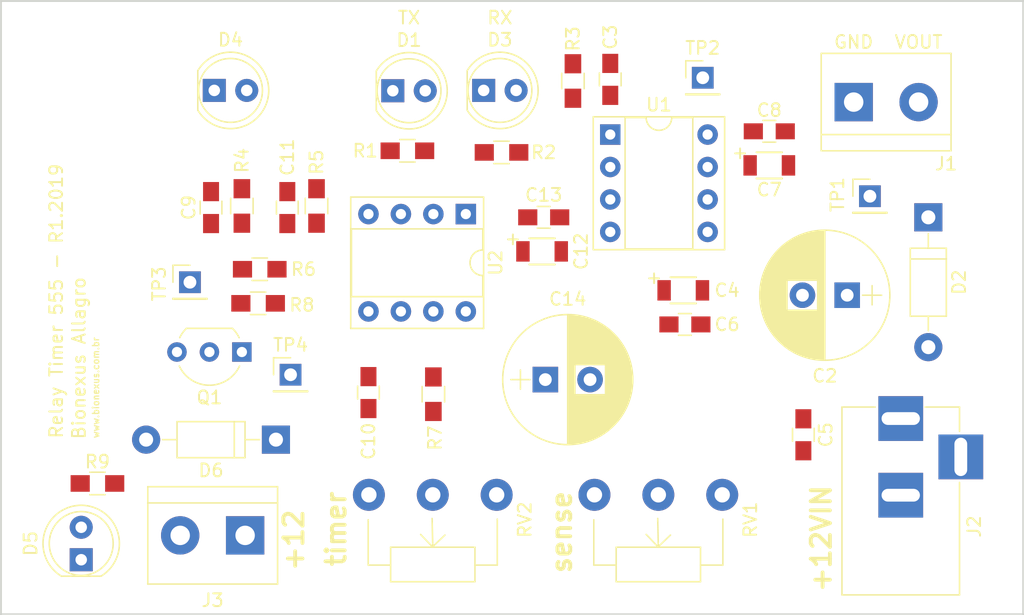
<source format=kicad_pcb>
(kicad_pcb (version 20171130) (host pcbnew "(5.0.0)")

  (general
    (thickness 1.6)
    (drawings 15)
    (tracks 0)
    (zones 0)
    (modules 40)
    (nets 21)
  )

  (page A4)
  (title_block
    (title "relay timer 555")
    (date 2019-06-30)
    (rev 0)
  )

  (layers
    (0 F.Cu signal)
    (31 B.Cu signal)
    (32 B.Adhes user)
    (33 F.Adhes user)
    (34 B.Paste user)
    (35 F.Paste user)
    (36 B.SilkS user)
    (37 F.SilkS user)
    (38 B.Mask user)
    (39 F.Mask user)
    (40 Dwgs.User user)
    (41 Cmts.User user)
    (42 Eco1.User user)
    (43 Eco2.User user)
    (44 Edge.Cuts user)
    (45 Margin user)
    (46 B.CrtYd user)
    (47 F.CrtYd user)
    (48 B.Fab user)
    (49 F.Fab user hide)
  )

  (setup
    (last_trace_width 0.25)
    (trace_clearance 0.2)
    (zone_clearance 0.508)
    (zone_45_only no)
    (trace_min 0.2)
    (segment_width 0.2)
    (edge_width 0.15)
    (via_size 0.8)
    (via_drill 0.4)
    (via_min_size 0.4)
    (via_min_drill 0.3)
    (uvia_size 0.3)
    (uvia_drill 0.1)
    (uvias_allowed no)
    (uvia_min_size 0.2)
    (uvia_min_drill 0.1)
    (pcb_text_width 0.3)
    (pcb_text_size 1.5 1.5)
    (mod_edge_width 0.15)
    (mod_text_size 1 1)
    (mod_text_width 0.15)
    (pad_size 1.524 1.524)
    (pad_drill 0.762)
    (pad_to_mask_clearance 0.2)
    (aux_axis_origin 0 0)
    (visible_elements 7FFFFFFF)
    (pcbplotparams
      (layerselection 0x010fc_ffffffff)
      (usegerberextensions false)
      (usegerberattributes false)
      (usegerberadvancedattributes false)
      (creategerberjobfile false)
      (excludeedgelayer true)
      (linewidth 0.100000)
      (plotframeref false)
      (viasonmask false)
      (mode 1)
      (useauxorigin false)
      (hpglpennumber 1)
      (hpglpenspeed 20)
      (hpglpendiameter 15.000000)
      (psnegative false)
      (psa4output false)
      (plotreference true)
      (plotvalue true)
      (plotinvisibletext false)
      (padsonsilk false)
      (subtractmaskfromsilk false)
      (outputformat 1)
      (mirror false)
      (drillshape 1)
      (scaleselection 1)
      (outputdirectory ""))
  )

  (net 0 "")
  (net 1 GND)
  (net 2 +12V)
  (net 3 "Net-(C3-Pad1)")
  (net 4 "Net-(C4-Pad1)")
  (net 5 "Net-(C9-Pad1)")
  (net 6 "Net-(C10-Pad1)")
  (net 7 "Net-(C11-Pad1)")
  (net 8 "Net-(C14-Pad1)")
  (net 9 "Net-(D1-Pad2)")
  (net 10 "Net-(D2-Pad2)")
  (net 11 "Net-(D3-Pad1)")
  (net 12 "Net-(D4-Pad2)")
  (net 13 "Net-(D5-Pad1)")
  (net 14 "Net-(D5-Pad2)")
  (net 15 "Net-(Q1-Pad2)")
  (net 16 "Net-(R6-Pad2)")
  (net 17 "Net-(R7-Pad1)")
  (net 18 "Net-(U1-Pad8)")
  (net 19 "Net-(U1-Pad5)")
  (net 20 "Net-(U1-Pad1)")

  (net_class Default "This is the default net class."
    (clearance 0.2)
    (trace_width 0.25)
    (via_dia 0.8)
    (via_drill 0.4)
    (uvia_dia 0.3)
    (uvia_drill 0.1)
    (add_net +12V)
    (add_net GND)
    (add_net "Net-(C10-Pad1)")
    (add_net "Net-(C11-Pad1)")
    (add_net "Net-(C14-Pad1)")
    (add_net "Net-(C3-Pad1)")
    (add_net "Net-(C4-Pad1)")
    (add_net "Net-(C9-Pad1)")
    (add_net "Net-(D1-Pad2)")
    (add_net "Net-(D2-Pad2)")
    (add_net "Net-(D3-Pad1)")
    (add_net "Net-(D4-Pad2)")
    (add_net "Net-(D5-Pad1)")
    (add_net "Net-(D5-Pad2)")
    (add_net "Net-(Q1-Pad2)")
    (add_net "Net-(R6-Pad2)")
    (add_net "Net-(R7-Pad1)")
    (add_net "Net-(U1-Pad1)")
    (add_net "Net-(U1-Pad5)")
    (add_net "Net-(U1-Pad8)")
  )

  (module Capacitors_THT:CP_Radial_D10.0mm_P3.50mm (layer F.Cu) (tedit 597BC7C2) (tstamp 5D19382E)
    (at 149.225 97.028 180)
    (descr "CP, Radial series, Radial, pin pitch=3.50mm, , diameter=10mm, Electrolytic Capacitor")
    (tags "CP Radial series Radial pin pitch 3.50mm  diameter 10mm Electrolytic Capacitor")
    (path /5D2493D5)
    (fp_text reference C2 (at 1.75 -6.31 180) (layer F.SilkS)
      (effects (font (size 1 1) (thickness 0.15)))
    )
    (fp_text value 470uF (at 1.75 6.31 180) (layer F.Fab)
      (effects (font (size 1 1) (thickness 0.15)))
    )
    (fp_circle (center 1.75 0) (end 6.75 0) (layer F.Fab) (width 0.1))
    (fp_circle (center 1.75 0) (end 6.84 0) (layer F.SilkS) (width 0.12))
    (fp_line (start -2.7 0) (end -1.2 0) (layer F.Fab) (width 0.1))
    (fp_line (start -1.95 -0.75) (end -1.95 0.75) (layer F.Fab) (width 0.1))
    (fp_line (start 1.75 -5.05) (end 1.75 5.05) (layer F.SilkS) (width 0.12))
    (fp_line (start 1.79 -5.05) (end 1.79 5.05) (layer F.SilkS) (width 0.12))
    (fp_line (start 1.83 -5.05) (end 1.83 5.05) (layer F.SilkS) (width 0.12))
    (fp_line (start 1.87 -5.049) (end 1.87 5.049) (layer F.SilkS) (width 0.12))
    (fp_line (start 1.91 -5.048) (end 1.91 5.048) (layer F.SilkS) (width 0.12))
    (fp_line (start 1.95 -5.047) (end 1.95 5.047) (layer F.SilkS) (width 0.12))
    (fp_line (start 1.99 -5.045) (end 1.99 5.045) (layer F.SilkS) (width 0.12))
    (fp_line (start 2.03 -5.043) (end 2.03 5.043) (layer F.SilkS) (width 0.12))
    (fp_line (start 2.07 -5.04) (end 2.07 5.04) (layer F.SilkS) (width 0.12))
    (fp_line (start 2.11 -5.038) (end 2.11 5.038) (layer F.SilkS) (width 0.12))
    (fp_line (start 2.15 -5.035) (end 2.15 5.035) (layer F.SilkS) (width 0.12))
    (fp_line (start 2.19 -5.031) (end 2.19 5.031) (layer F.SilkS) (width 0.12))
    (fp_line (start 2.23 -5.028) (end 2.23 5.028) (layer F.SilkS) (width 0.12))
    (fp_line (start 2.27 -5.024) (end 2.27 5.024) (layer F.SilkS) (width 0.12))
    (fp_line (start 2.31 -5.02) (end 2.31 5.02) (layer F.SilkS) (width 0.12))
    (fp_line (start 2.35 -5.015) (end 2.35 -1.181) (layer F.SilkS) (width 0.12))
    (fp_line (start 2.35 1.181) (end 2.35 5.015) (layer F.SilkS) (width 0.12))
    (fp_line (start 2.39 -5.01) (end 2.39 -1.181) (layer F.SilkS) (width 0.12))
    (fp_line (start 2.39 1.181) (end 2.39 5.01) (layer F.SilkS) (width 0.12))
    (fp_line (start 2.43 -5.005) (end 2.43 -1.181) (layer F.SilkS) (width 0.12))
    (fp_line (start 2.43 1.181) (end 2.43 5.005) (layer F.SilkS) (width 0.12))
    (fp_line (start 2.471 -4.999) (end 2.471 -1.181) (layer F.SilkS) (width 0.12))
    (fp_line (start 2.471 1.181) (end 2.471 4.999) (layer F.SilkS) (width 0.12))
    (fp_line (start 2.511 -4.993) (end 2.511 -1.181) (layer F.SilkS) (width 0.12))
    (fp_line (start 2.511 1.181) (end 2.511 4.993) (layer F.SilkS) (width 0.12))
    (fp_line (start 2.551 -4.987) (end 2.551 -1.181) (layer F.SilkS) (width 0.12))
    (fp_line (start 2.551 1.181) (end 2.551 4.987) (layer F.SilkS) (width 0.12))
    (fp_line (start 2.591 -4.981) (end 2.591 -1.181) (layer F.SilkS) (width 0.12))
    (fp_line (start 2.591 1.181) (end 2.591 4.981) (layer F.SilkS) (width 0.12))
    (fp_line (start 2.631 -4.974) (end 2.631 -1.181) (layer F.SilkS) (width 0.12))
    (fp_line (start 2.631 1.181) (end 2.631 4.974) (layer F.SilkS) (width 0.12))
    (fp_line (start 2.671 -4.967) (end 2.671 -1.181) (layer F.SilkS) (width 0.12))
    (fp_line (start 2.671 1.181) (end 2.671 4.967) (layer F.SilkS) (width 0.12))
    (fp_line (start 2.711 -4.959) (end 2.711 -1.181) (layer F.SilkS) (width 0.12))
    (fp_line (start 2.711 1.181) (end 2.711 4.959) (layer F.SilkS) (width 0.12))
    (fp_line (start 2.751 -4.951) (end 2.751 -1.181) (layer F.SilkS) (width 0.12))
    (fp_line (start 2.751 1.181) (end 2.751 4.951) (layer F.SilkS) (width 0.12))
    (fp_line (start 2.791 -4.943) (end 2.791 -1.181) (layer F.SilkS) (width 0.12))
    (fp_line (start 2.791 1.181) (end 2.791 4.943) (layer F.SilkS) (width 0.12))
    (fp_line (start 2.831 -4.935) (end 2.831 -1.181) (layer F.SilkS) (width 0.12))
    (fp_line (start 2.831 1.181) (end 2.831 4.935) (layer F.SilkS) (width 0.12))
    (fp_line (start 2.871 -4.926) (end 2.871 -1.181) (layer F.SilkS) (width 0.12))
    (fp_line (start 2.871 1.181) (end 2.871 4.926) (layer F.SilkS) (width 0.12))
    (fp_line (start 2.911 -4.917) (end 2.911 -1.181) (layer F.SilkS) (width 0.12))
    (fp_line (start 2.911 1.181) (end 2.911 4.917) (layer F.SilkS) (width 0.12))
    (fp_line (start 2.951 -4.907) (end 2.951 -1.181) (layer F.SilkS) (width 0.12))
    (fp_line (start 2.951 1.181) (end 2.951 4.907) (layer F.SilkS) (width 0.12))
    (fp_line (start 2.991 -4.897) (end 2.991 -1.181) (layer F.SilkS) (width 0.12))
    (fp_line (start 2.991 1.181) (end 2.991 4.897) (layer F.SilkS) (width 0.12))
    (fp_line (start 3.031 -4.887) (end 3.031 -1.181) (layer F.SilkS) (width 0.12))
    (fp_line (start 3.031 1.181) (end 3.031 4.887) (layer F.SilkS) (width 0.12))
    (fp_line (start 3.071 -4.876) (end 3.071 -1.181) (layer F.SilkS) (width 0.12))
    (fp_line (start 3.071 1.181) (end 3.071 4.876) (layer F.SilkS) (width 0.12))
    (fp_line (start 3.111 -4.865) (end 3.111 -1.181) (layer F.SilkS) (width 0.12))
    (fp_line (start 3.111 1.181) (end 3.111 4.865) (layer F.SilkS) (width 0.12))
    (fp_line (start 3.151 -4.854) (end 3.151 -1.181) (layer F.SilkS) (width 0.12))
    (fp_line (start 3.151 1.181) (end 3.151 4.854) (layer F.SilkS) (width 0.12))
    (fp_line (start 3.191 -4.843) (end 3.191 -1.181) (layer F.SilkS) (width 0.12))
    (fp_line (start 3.191 1.181) (end 3.191 4.843) (layer F.SilkS) (width 0.12))
    (fp_line (start 3.231 -4.831) (end 3.231 -1.181) (layer F.SilkS) (width 0.12))
    (fp_line (start 3.231 1.181) (end 3.231 4.831) (layer F.SilkS) (width 0.12))
    (fp_line (start 3.271 -4.818) (end 3.271 -1.181) (layer F.SilkS) (width 0.12))
    (fp_line (start 3.271 1.181) (end 3.271 4.818) (layer F.SilkS) (width 0.12))
    (fp_line (start 3.311 -4.806) (end 3.311 -1.181) (layer F.SilkS) (width 0.12))
    (fp_line (start 3.311 1.181) (end 3.311 4.806) (layer F.SilkS) (width 0.12))
    (fp_line (start 3.351 -4.792) (end 3.351 -1.181) (layer F.SilkS) (width 0.12))
    (fp_line (start 3.351 1.181) (end 3.351 4.792) (layer F.SilkS) (width 0.12))
    (fp_line (start 3.391 -4.779) (end 3.391 -1.181) (layer F.SilkS) (width 0.12))
    (fp_line (start 3.391 1.181) (end 3.391 4.779) (layer F.SilkS) (width 0.12))
    (fp_line (start 3.431 -4.765) (end 3.431 -1.181) (layer F.SilkS) (width 0.12))
    (fp_line (start 3.431 1.181) (end 3.431 4.765) (layer F.SilkS) (width 0.12))
    (fp_line (start 3.471 -4.751) (end 3.471 -1.181) (layer F.SilkS) (width 0.12))
    (fp_line (start 3.471 1.181) (end 3.471 4.751) (layer F.SilkS) (width 0.12))
    (fp_line (start 3.511 -4.737) (end 3.511 -1.181) (layer F.SilkS) (width 0.12))
    (fp_line (start 3.511 1.181) (end 3.511 4.737) (layer F.SilkS) (width 0.12))
    (fp_line (start 3.551 -4.722) (end 3.551 -1.181) (layer F.SilkS) (width 0.12))
    (fp_line (start 3.551 1.181) (end 3.551 4.722) (layer F.SilkS) (width 0.12))
    (fp_line (start 3.591 -4.706) (end 3.591 -1.181) (layer F.SilkS) (width 0.12))
    (fp_line (start 3.591 1.181) (end 3.591 4.706) (layer F.SilkS) (width 0.12))
    (fp_line (start 3.631 -4.691) (end 3.631 -1.181) (layer F.SilkS) (width 0.12))
    (fp_line (start 3.631 1.181) (end 3.631 4.691) (layer F.SilkS) (width 0.12))
    (fp_line (start 3.671 -4.674) (end 3.671 -1.181) (layer F.SilkS) (width 0.12))
    (fp_line (start 3.671 1.181) (end 3.671 4.674) (layer F.SilkS) (width 0.12))
    (fp_line (start 3.711 -4.658) (end 3.711 -1.181) (layer F.SilkS) (width 0.12))
    (fp_line (start 3.711 1.181) (end 3.711 4.658) (layer F.SilkS) (width 0.12))
    (fp_line (start 3.751 -4.641) (end 3.751 -1.181) (layer F.SilkS) (width 0.12))
    (fp_line (start 3.751 1.181) (end 3.751 4.641) (layer F.SilkS) (width 0.12))
    (fp_line (start 3.791 -4.624) (end 3.791 -1.181) (layer F.SilkS) (width 0.12))
    (fp_line (start 3.791 1.181) (end 3.791 4.624) (layer F.SilkS) (width 0.12))
    (fp_line (start 3.831 -4.606) (end 3.831 -1.181) (layer F.SilkS) (width 0.12))
    (fp_line (start 3.831 1.181) (end 3.831 4.606) (layer F.SilkS) (width 0.12))
    (fp_line (start 3.871 -4.588) (end 3.871 -1.181) (layer F.SilkS) (width 0.12))
    (fp_line (start 3.871 1.181) (end 3.871 4.588) (layer F.SilkS) (width 0.12))
    (fp_line (start 3.911 -4.569) (end 3.911 -1.181) (layer F.SilkS) (width 0.12))
    (fp_line (start 3.911 1.181) (end 3.911 4.569) (layer F.SilkS) (width 0.12))
    (fp_line (start 3.951 -4.55) (end 3.951 -1.181) (layer F.SilkS) (width 0.12))
    (fp_line (start 3.951 1.181) (end 3.951 4.55) (layer F.SilkS) (width 0.12))
    (fp_line (start 3.991 -4.531) (end 3.991 -1.181) (layer F.SilkS) (width 0.12))
    (fp_line (start 3.991 1.181) (end 3.991 4.531) (layer F.SilkS) (width 0.12))
    (fp_line (start 4.031 -4.511) (end 4.031 -1.181) (layer F.SilkS) (width 0.12))
    (fp_line (start 4.031 1.181) (end 4.031 4.511) (layer F.SilkS) (width 0.12))
    (fp_line (start 4.071 -4.491) (end 4.071 -1.181) (layer F.SilkS) (width 0.12))
    (fp_line (start 4.071 1.181) (end 4.071 4.491) (layer F.SilkS) (width 0.12))
    (fp_line (start 4.111 -4.47) (end 4.111 -1.181) (layer F.SilkS) (width 0.12))
    (fp_line (start 4.111 1.181) (end 4.111 4.47) (layer F.SilkS) (width 0.12))
    (fp_line (start 4.151 -4.449) (end 4.151 -1.181) (layer F.SilkS) (width 0.12))
    (fp_line (start 4.151 1.181) (end 4.151 4.449) (layer F.SilkS) (width 0.12))
    (fp_line (start 4.191 -4.428) (end 4.191 -1.181) (layer F.SilkS) (width 0.12))
    (fp_line (start 4.191 1.181) (end 4.191 4.428) (layer F.SilkS) (width 0.12))
    (fp_line (start 4.231 -4.405) (end 4.231 -1.181) (layer F.SilkS) (width 0.12))
    (fp_line (start 4.231 1.181) (end 4.231 4.405) (layer F.SilkS) (width 0.12))
    (fp_line (start 4.271 -4.383) (end 4.271 -1.181) (layer F.SilkS) (width 0.12))
    (fp_line (start 4.271 1.181) (end 4.271 4.383) (layer F.SilkS) (width 0.12))
    (fp_line (start 4.311 -4.36) (end 4.311 -1.181) (layer F.SilkS) (width 0.12))
    (fp_line (start 4.311 1.181) (end 4.311 4.36) (layer F.SilkS) (width 0.12))
    (fp_line (start 4.351 -4.336) (end 4.351 -1.181) (layer F.SilkS) (width 0.12))
    (fp_line (start 4.351 1.181) (end 4.351 4.336) (layer F.SilkS) (width 0.12))
    (fp_line (start 4.391 -4.312) (end 4.391 -1.181) (layer F.SilkS) (width 0.12))
    (fp_line (start 4.391 1.181) (end 4.391 4.312) (layer F.SilkS) (width 0.12))
    (fp_line (start 4.431 -4.288) (end 4.431 -1.181) (layer F.SilkS) (width 0.12))
    (fp_line (start 4.431 1.181) (end 4.431 4.288) (layer F.SilkS) (width 0.12))
    (fp_line (start 4.471 -4.263) (end 4.471 -1.181) (layer F.SilkS) (width 0.12))
    (fp_line (start 4.471 1.181) (end 4.471 4.263) (layer F.SilkS) (width 0.12))
    (fp_line (start 4.511 -4.237) (end 4.511 -1.181) (layer F.SilkS) (width 0.12))
    (fp_line (start 4.511 1.181) (end 4.511 4.237) (layer F.SilkS) (width 0.12))
    (fp_line (start 4.551 -4.211) (end 4.551 -1.181) (layer F.SilkS) (width 0.12))
    (fp_line (start 4.551 1.181) (end 4.551 4.211) (layer F.SilkS) (width 0.12))
    (fp_line (start 4.591 -4.185) (end 4.591 -1.181) (layer F.SilkS) (width 0.12))
    (fp_line (start 4.591 1.181) (end 4.591 4.185) (layer F.SilkS) (width 0.12))
    (fp_line (start 4.631 -4.157) (end 4.631 -1.181) (layer F.SilkS) (width 0.12))
    (fp_line (start 4.631 1.181) (end 4.631 4.157) (layer F.SilkS) (width 0.12))
    (fp_line (start 4.671 -4.13) (end 4.671 -1.181) (layer F.SilkS) (width 0.12))
    (fp_line (start 4.671 1.181) (end 4.671 4.13) (layer F.SilkS) (width 0.12))
    (fp_line (start 4.711 -4.101) (end 4.711 4.101) (layer F.SilkS) (width 0.12))
    (fp_line (start 4.751 -4.072) (end 4.751 4.072) (layer F.SilkS) (width 0.12))
    (fp_line (start 4.791 -4.043) (end 4.791 4.043) (layer F.SilkS) (width 0.12))
    (fp_line (start 4.831 -4.013) (end 4.831 4.013) (layer F.SilkS) (width 0.12))
    (fp_line (start 4.871 -3.982) (end 4.871 3.982) (layer F.SilkS) (width 0.12))
    (fp_line (start 4.911 -3.951) (end 4.911 3.951) (layer F.SilkS) (width 0.12))
    (fp_line (start 4.951 -3.919) (end 4.951 3.919) (layer F.SilkS) (width 0.12))
    (fp_line (start 4.991 -3.886) (end 4.991 3.886) (layer F.SilkS) (width 0.12))
    (fp_line (start 5.031 -3.853) (end 5.031 3.853) (layer F.SilkS) (width 0.12))
    (fp_line (start 5.071 -3.819) (end 5.071 3.819) (layer F.SilkS) (width 0.12))
    (fp_line (start 5.111 -3.784) (end 5.111 3.784) (layer F.SilkS) (width 0.12))
    (fp_line (start 5.151 -3.748) (end 5.151 3.748) (layer F.SilkS) (width 0.12))
    (fp_line (start 5.191 -3.712) (end 5.191 3.712) (layer F.SilkS) (width 0.12))
    (fp_line (start 5.231 -3.675) (end 5.231 3.675) (layer F.SilkS) (width 0.12))
    (fp_line (start 5.271 -3.637) (end 5.271 3.637) (layer F.SilkS) (width 0.12))
    (fp_line (start 5.311 -3.598) (end 5.311 3.598) (layer F.SilkS) (width 0.12))
    (fp_line (start 5.351 -3.559) (end 5.351 3.559) (layer F.SilkS) (width 0.12))
    (fp_line (start 5.391 -3.518) (end 5.391 3.518) (layer F.SilkS) (width 0.12))
    (fp_line (start 5.431 -3.477) (end 5.431 3.477) (layer F.SilkS) (width 0.12))
    (fp_line (start 5.471 -3.435) (end 5.471 3.435) (layer F.SilkS) (width 0.12))
    (fp_line (start 5.511 -3.391) (end 5.511 3.391) (layer F.SilkS) (width 0.12))
    (fp_line (start 5.551 -3.347) (end 5.551 3.347) (layer F.SilkS) (width 0.12))
    (fp_line (start 5.591 -3.302) (end 5.591 3.302) (layer F.SilkS) (width 0.12))
    (fp_line (start 5.631 -3.255) (end 5.631 3.255) (layer F.SilkS) (width 0.12))
    (fp_line (start 5.671 -3.207) (end 5.671 3.207) (layer F.SilkS) (width 0.12))
    (fp_line (start 5.711 -3.158) (end 5.711 3.158) (layer F.SilkS) (width 0.12))
    (fp_line (start 5.751 -3.108) (end 5.751 3.108) (layer F.SilkS) (width 0.12))
    (fp_line (start 5.791 -3.057) (end 5.791 3.057) (layer F.SilkS) (width 0.12))
    (fp_line (start 5.831 -3.004) (end 5.831 3.004) (layer F.SilkS) (width 0.12))
    (fp_line (start 5.871 -2.949) (end 5.871 2.949) (layer F.SilkS) (width 0.12))
    (fp_line (start 5.911 -2.894) (end 5.911 2.894) (layer F.SilkS) (width 0.12))
    (fp_line (start 5.951 -2.836) (end 5.951 2.836) (layer F.SilkS) (width 0.12))
    (fp_line (start 5.991 -2.777) (end 5.991 2.777) (layer F.SilkS) (width 0.12))
    (fp_line (start 6.031 -2.715) (end 6.031 2.715) (layer F.SilkS) (width 0.12))
    (fp_line (start 6.071 -2.652) (end 6.071 2.652) (layer F.SilkS) (width 0.12))
    (fp_line (start 6.111 -2.587) (end 6.111 2.587) (layer F.SilkS) (width 0.12))
    (fp_line (start 6.151 -2.519) (end 6.151 2.519) (layer F.SilkS) (width 0.12))
    (fp_line (start 6.191 -2.449) (end 6.191 2.449) (layer F.SilkS) (width 0.12))
    (fp_line (start 6.231 -2.377) (end 6.231 2.377) (layer F.SilkS) (width 0.12))
    (fp_line (start 6.271 -2.301) (end 6.271 2.301) (layer F.SilkS) (width 0.12))
    (fp_line (start 6.311 -2.222) (end 6.311 2.222) (layer F.SilkS) (width 0.12))
    (fp_line (start 6.351 -2.14) (end 6.351 2.14) (layer F.SilkS) (width 0.12))
    (fp_line (start 6.391 -2.053) (end 6.391 2.053) (layer F.SilkS) (width 0.12))
    (fp_line (start 6.431 -1.962) (end 6.431 1.962) (layer F.SilkS) (width 0.12))
    (fp_line (start 6.471 -1.866) (end 6.471 1.866) (layer F.SilkS) (width 0.12))
    (fp_line (start 6.511 -1.763) (end 6.511 1.763) (layer F.SilkS) (width 0.12))
    (fp_line (start 6.551 -1.654) (end 6.551 1.654) (layer F.SilkS) (width 0.12))
    (fp_line (start 6.591 -1.536) (end 6.591 1.536) (layer F.SilkS) (width 0.12))
    (fp_line (start 6.631 -1.407) (end 6.631 1.407) (layer F.SilkS) (width 0.12))
    (fp_line (start 6.671 -1.265) (end 6.671 1.265) (layer F.SilkS) (width 0.12))
    (fp_line (start 6.711 -1.104) (end 6.711 1.104) (layer F.SilkS) (width 0.12))
    (fp_line (start 6.751 -0.913) (end 6.751 0.913) (layer F.SilkS) (width 0.12))
    (fp_line (start 6.791 -0.672) (end 6.791 0.672) (layer F.SilkS) (width 0.12))
    (fp_line (start 6.831 -0.279) (end 6.831 0.279) (layer F.SilkS) (width 0.12))
    (fp_line (start -2.7 0) (end -1.2 0) (layer F.SilkS) (width 0.12))
    (fp_line (start -1.95 -0.75) (end -1.95 0.75) (layer F.SilkS) (width 0.12))
    (fp_line (start -3.6 -5.35) (end -3.6 5.35) (layer F.CrtYd) (width 0.05))
    (fp_line (start -3.6 5.35) (end 7.1 5.35) (layer F.CrtYd) (width 0.05))
    (fp_line (start 7.1 5.35) (end 7.1 -5.35) (layer F.CrtYd) (width 0.05))
    (fp_line (start 7.1 -5.35) (end -3.6 -5.35) (layer F.CrtYd) (width 0.05))
    (fp_text user %R (at 1.75 0 180) (layer F.Fab)
      (effects (font (size 1 1) (thickness 0.15)))
    )
    (pad 1 thru_hole rect (at 0 0 180) (size 2 2) (drill 1) (layers *.Cu *.Mask)
      (net 2 +12V))
    (pad 2 thru_hole circle (at 3.5 0 180) (size 2 2) (drill 1) (layers *.Cu *.Mask)
      (net 1 GND))
    (model ${KISYS3DMOD}/Capacitors_THT.3dshapes/CP_Radial_D10.0mm_P3.50mm.wrl
      (at (xyz 0 0 0))
      (scale (xyz 1 1 1))
      (rotate (xyz 0 0 0))
    )
  )

  (module Capacitors_SMD:C_0805_HandSoldering (layer F.Cu) (tedit 58AA84A8) (tstamp 5D19383F)
    (at 130.683 80.137 270)
    (descr "Capacitor SMD 0805, hand soldering")
    (tags "capacitor 0805")
    (path /5D19F1F5)
    (attr smd)
    (fp_text reference C3 (at -3.302 0 270) (layer F.SilkS)
      (effects (font (size 1 1) (thickness 0.15)))
    )
    (fp_text value 0.1uF (at 0 1.75 270) (layer F.Fab)
      (effects (font (size 1 1) (thickness 0.15)))
    )
    (fp_line (start 2.25 0.87) (end -2.25 0.87) (layer F.CrtYd) (width 0.05))
    (fp_line (start 2.25 0.87) (end 2.25 -0.88) (layer F.CrtYd) (width 0.05))
    (fp_line (start -2.25 -0.88) (end -2.25 0.87) (layer F.CrtYd) (width 0.05))
    (fp_line (start -2.25 -0.88) (end 2.25 -0.88) (layer F.CrtYd) (width 0.05))
    (fp_line (start -0.5 0.85) (end 0.5 0.85) (layer F.SilkS) (width 0.12))
    (fp_line (start 0.5 -0.85) (end -0.5 -0.85) (layer F.SilkS) (width 0.12))
    (fp_line (start -1 -0.62) (end 1 -0.62) (layer F.Fab) (width 0.1))
    (fp_line (start 1 -0.62) (end 1 0.62) (layer F.Fab) (width 0.1))
    (fp_line (start 1 0.62) (end -1 0.62) (layer F.Fab) (width 0.1))
    (fp_line (start -1 0.62) (end -1 -0.62) (layer F.Fab) (width 0.1))
    (fp_text user %R (at 0 -1.75 270) (layer F.Fab)
      (effects (font (size 1 1) (thickness 0.15)))
    )
    (pad 2 smd rect (at 1.25 0 270) (size 1.5 1.25) (layers F.Cu F.Paste F.Mask)
      (net 1 GND))
    (pad 1 smd rect (at -1.25 0 270) (size 1.5 1.25) (layers F.Cu F.Paste F.Mask)
      (net 3 "Net-(C3-Pad1)"))
    (model Capacitors_SMD.3dshapes/C_0805.wrl
      (at (xyz 0 0 0))
      (scale (xyz 1 1 1))
      (rotate (xyz 0 0 0))
    )
  )

  (module eav_footprints:c_pol_1206 (layer F.Cu) (tedit 5D191DC0) (tstamp 5D19384C)
    (at 136.398 96.647)
    (descr "Capacitor SMD Polarized 1206, reflow soldering, AVX (see smccp.pdf)")
    (tags "capacitor 1206")
    (path /5D1A6BBB)
    (attr smd)
    (fp_text reference C4 (at 3.429 0 180) (layer F.SilkS)
      (effects (font (size 1 1) (thickness 0.15)))
    )
    (fp_text value "" (at 0 2.3) (layer F.SilkS) hide
      (effects (font (size 1 1) (thickness 0.15)))
    )
    (fp_text user + (at -2.286 -1.016) (layer F.SilkS)
      (effects (font (size 1 1) (thickness 0.15)))
    )
    (fp_line (start -2.3 -1.15) (end 2.3 -1.15) (layer F.CrtYd) (width 0.05))
    (fp_line (start -2.3 1.15) (end 2.3 1.15) (layer F.CrtYd) (width 0.05))
    (fp_line (start -2.3 -1.15) (end -2.3 1.15) (layer F.CrtYd) (width 0.05))
    (fp_line (start 2.3 -1.15) (end 2.3 1.15) (layer F.CrtYd) (width 0.05))
    (fp_line (start 1 -1.025) (end -1 -1.025) (layer F.SilkS) (width 0.15))
    (fp_line (start -1 1.025) (end 1 1.025) (layer F.SilkS) (width 0.15))
    (pad 1 smd rect (at -1.5 0) (size 1.05 1.6) (layers F.Cu F.Paste F.Mask)
      (net 4 "Net-(C4-Pad1)"))
    (pad 2 smd rect (at 1.5 0) (size 1.05 1.6) (layers F.Cu F.Paste F.Mask)
      (net 1 GND))
    (model Capacitors_SMD/C_1206.wrl
      (at (xyz 0 0 0))
      (scale (xyz 1 1 1))
      (rotate (xyz 0 0 0))
    )
  )

  (module Capacitors_SMD:C_0805_HandSoldering (layer F.Cu) (tedit 58AA84A8) (tstamp 5D19385D)
    (at 145.796 107.95 270)
    (descr "Capacitor SMD 0805, hand soldering")
    (tags "capacitor 0805")
    (path /5D24CE10)
    (attr smd)
    (fp_text reference C5 (at 0 -1.75 270) (layer F.SilkS)
      (effects (font (size 1 1) (thickness 0.15)))
    )
    (fp_text value 0.1uF (at 0 1.75 270) (layer F.Fab)
      (effects (font (size 1 1) (thickness 0.15)))
    )
    (fp_line (start 2.25 0.87) (end -2.25 0.87) (layer F.CrtYd) (width 0.05))
    (fp_line (start 2.25 0.87) (end 2.25 -0.88) (layer F.CrtYd) (width 0.05))
    (fp_line (start -2.25 -0.88) (end -2.25 0.87) (layer F.CrtYd) (width 0.05))
    (fp_line (start -2.25 -0.88) (end 2.25 -0.88) (layer F.CrtYd) (width 0.05))
    (fp_line (start -0.5 0.85) (end 0.5 0.85) (layer F.SilkS) (width 0.12))
    (fp_line (start 0.5 -0.85) (end -0.5 -0.85) (layer F.SilkS) (width 0.12))
    (fp_line (start -1 -0.62) (end 1 -0.62) (layer F.Fab) (width 0.1))
    (fp_line (start 1 -0.62) (end 1 0.62) (layer F.Fab) (width 0.1))
    (fp_line (start 1 0.62) (end -1 0.62) (layer F.Fab) (width 0.1))
    (fp_line (start -1 0.62) (end -1 -0.62) (layer F.Fab) (width 0.1))
    (fp_text user %R (at 0 -1.75 270) (layer F.Fab)
      (effects (font (size 1 1) (thickness 0.15)))
    )
    (pad 2 smd rect (at 1.25 0 270) (size 1.5 1.25) (layers F.Cu F.Paste F.Mask)
      (net 1 GND))
    (pad 1 smd rect (at -1.25 0 270) (size 1.5 1.25) (layers F.Cu F.Paste F.Mask)
      (net 2 +12V))
    (model Capacitors_SMD.3dshapes/C_0805.wrl
      (at (xyz 0 0 0))
      (scale (xyz 1 1 1))
      (rotate (xyz 0 0 0))
    )
  )

  (module Capacitors_SMD:C_0805_HandSoldering (layer F.Cu) (tedit 58AA84A8) (tstamp 5D19386E)
    (at 136.525 99.314)
    (descr "Capacitor SMD 0805, hand soldering")
    (tags "capacitor 0805")
    (path /5D1B0036)
    (attr smd)
    (fp_text reference C6 (at 3.302 0) (layer F.SilkS)
      (effects (font (size 1 1) (thickness 0.15)))
    )
    (fp_text value 0.1uF (at 0 1.75) (layer F.Fab)
      (effects (font (size 1 1) (thickness 0.15)))
    )
    (fp_line (start 2.25 0.87) (end -2.25 0.87) (layer F.CrtYd) (width 0.05))
    (fp_line (start 2.25 0.87) (end 2.25 -0.88) (layer F.CrtYd) (width 0.05))
    (fp_line (start -2.25 -0.88) (end -2.25 0.87) (layer F.CrtYd) (width 0.05))
    (fp_line (start -2.25 -0.88) (end 2.25 -0.88) (layer F.CrtYd) (width 0.05))
    (fp_line (start -0.5 0.85) (end 0.5 0.85) (layer F.SilkS) (width 0.12))
    (fp_line (start 0.5 -0.85) (end -0.5 -0.85) (layer F.SilkS) (width 0.12))
    (fp_line (start -1 -0.62) (end 1 -0.62) (layer F.Fab) (width 0.1))
    (fp_line (start 1 -0.62) (end 1 0.62) (layer F.Fab) (width 0.1))
    (fp_line (start 1 0.62) (end -1 0.62) (layer F.Fab) (width 0.1))
    (fp_line (start -1 0.62) (end -1 -0.62) (layer F.Fab) (width 0.1))
    (fp_text user %R (at 0 -1.75) (layer F.Fab)
      (effects (font (size 1 1) (thickness 0.15)))
    )
    (pad 2 smd rect (at 1.25 0) (size 1.5 1.25) (layers F.Cu F.Paste F.Mask)
      (net 1 GND))
    (pad 1 smd rect (at -1.25 0) (size 1.5 1.25) (layers F.Cu F.Paste F.Mask)
      (net 4 "Net-(C4-Pad1)"))
    (model Capacitors_SMD.3dshapes/C_0805.wrl
      (at (xyz 0 0 0))
      (scale (xyz 1 1 1))
      (rotate (xyz 0 0 0))
    )
  )

  (module eav_footprints:c_pol_1206 (layer F.Cu) (tedit 5D191D20) (tstamp 5D19387B)
    (at 143.129 86.868)
    (descr "Capacitor SMD Polarized 1206, reflow soldering, AVX (see smccp.pdf)")
    (tags "capacitor 1206")
    (path /5D1B97DC)
    (attr smd)
    (fp_text reference C7 (at 0 1.905) (layer F.SilkS)
      (effects (font (size 1 1) (thickness 0.15)))
    )
    (fp_text value "" (at 0 2.3) (layer F.SilkS) hide
      (effects (font (size 1 1) (thickness 0.15)))
    )
    (fp_line (start -1 1.025) (end 1 1.025) (layer F.SilkS) (width 0.15))
    (fp_line (start 1 -1.025) (end -1 -1.025) (layer F.SilkS) (width 0.15))
    (fp_line (start 2.3 -1.15) (end 2.3 1.15) (layer F.CrtYd) (width 0.05))
    (fp_line (start -2.3 -1.15) (end -2.3 1.15) (layer F.CrtYd) (width 0.05))
    (fp_line (start -2.3 1.15) (end 2.3 1.15) (layer F.CrtYd) (width 0.05))
    (fp_line (start -2.3 -1.15) (end 2.3 -1.15) (layer F.CrtYd) (width 0.05))
    (fp_text user + (at -2.286 -1.016) (layer F.SilkS)
      (effects (font (size 1 1) (thickness 0.15)))
    )
    (pad 2 smd rect (at 1.5 0) (size 1.05 1.6) (layers F.Cu F.Paste F.Mask)
      (net 1 GND))
    (pad 1 smd rect (at -1.5 0) (size 1.05 1.6) (layers F.Cu F.Paste F.Mask)
      (net 2 +12V))
    (model Capacitors_SMD/C_1206.wrl
      (at (xyz 0 0 0))
      (scale (xyz 1 1 1))
      (rotate (xyz 0 0 0))
    )
  )

  (module Capacitors_SMD:C_0805_HandSoldering (layer F.Cu) (tedit 58AA84A8) (tstamp 5D19388C)
    (at 143.129 84.201)
    (descr "Capacitor SMD 0805, hand soldering")
    (tags "capacitor 0805")
    (path /5D1B97E3)
    (attr smd)
    (fp_text reference C8 (at 0 -1.651) (layer F.SilkS)
      (effects (font (size 1 1) (thickness 0.15)))
    )
    (fp_text value 0.1uF (at 0 1.75) (layer F.Fab)
      (effects (font (size 1 1) (thickness 0.15)))
    )
    (fp_line (start 2.25 0.87) (end -2.25 0.87) (layer F.CrtYd) (width 0.05))
    (fp_line (start 2.25 0.87) (end 2.25 -0.88) (layer F.CrtYd) (width 0.05))
    (fp_line (start -2.25 -0.88) (end -2.25 0.87) (layer F.CrtYd) (width 0.05))
    (fp_line (start -2.25 -0.88) (end 2.25 -0.88) (layer F.CrtYd) (width 0.05))
    (fp_line (start -0.5 0.85) (end 0.5 0.85) (layer F.SilkS) (width 0.12))
    (fp_line (start 0.5 -0.85) (end -0.5 -0.85) (layer F.SilkS) (width 0.12))
    (fp_line (start -1 -0.62) (end 1 -0.62) (layer F.Fab) (width 0.1))
    (fp_line (start 1 -0.62) (end 1 0.62) (layer F.Fab) (width 0.1))
    (fp_line (start 1 0.62) (end -1 0.62) (layer F.Fab) (width 0.1))
    (fp_line (start -1 0.62) (end -1 -0.62) (layer F.Fab) (width 0.1))
    (fp_text user %R (at 0 -1.75) (layer F.Fab)
      (effects (font (size 1 1) (thickness 0.15)))
    )
    (pad 2 smd rect (at 1.25 0) (size 1.5 1.25) (layers F.Cu F.Paste F.Mask)
      (net 1 GND))
    (pad 1 smd rect (at -1.25 0) (size 1.5 1.25) (layers F.Cu F.Paste F.Mask)
      (net 2 +12V))
    (model Capacitors_SMD.3dshapes/C_0805.wrl
      (at (xyz 0 0 0))
      (scale (xyz 1 1 1))
      (rotate (xyz 0 0 0))
    )
  )

  (module Capacitors_SMD:C_0805_HandSoldering (layer F.Cu) (tedit 58AA84A8) (tstamp 5D19389D)
    (at 99.441 90.17 90)
    (descr "Capacitor SMD 0805, hand soldering")
    (tags "capacitor 0805")
    (path /5D1B23B0)
    (attr smd)
    (fp_text reference C9 (at 0 -1.75 90) (layer F.SilkS)
      (effects (font (size 1 1) (thickness 0.15)))
    )
    (fp_text value 0.1uF (at 0 1.75 90) (layer F.Fab)
      (effects (font (size 1 1) (thickness 0.15)))
    )
    (fp_text user %R (at 0 -1.75 90) (layer F.Fab)
      (effects (font (size 1 1) (thickness 0.15)))
    )
    (fp_line (start -1 0.62) (end -1 -0.62) (layer F.Fab) (width 0.1))
    (fp_line (start 1 0.62) (end -1 0.62) (layer F.Fab) (width 0.1))
    (fp_line (start 1 -0.62) (end 1 0.62) (layer F.Fab) (width 0.1))
    (fp_line (start -1 -0.62) (end 1 -0.62) (layer F.Fab) (width 0.1))
    (fp_line (start 0.5 -0.85) (end -0.5 -0.85) (layer F.SilkS) (width 0.12))
    (fp_line (start -0.5 0.85) (end 0.5 0.85) (layer F.SilkS) (width 0.12))
    (fp_line (start -2.25 -0.88) (end 2.25 -0.88) (layer F.CrtYd) (width 0.05))
    (fp_line (start -2.25 -0.88) (end -2.25 0.87) (layer F.CrtYd) (width 0.05))
    (fp_line (start 2.25 0.87) (end 2.25 -0.88) (layer F.CrtYd) (width 0.05))
    (fp_line (start 2.25 0.87) (end -2.25 0.87) (layer F.CrtYd) (width 0.05))
    (pad 1 smd rect (at -1.25 0 90) (size 1.5 1.25) (layers F.Cu F.Paste F.Mask)
      (net 5 "Net-(C9-Pad1)"))
    (pad 2 smd rect (at 1.25 0 90) (size 1.5 1.25) (layers F.Cu F.Paste F.Mask)
      (net 1 GND))
    (model Capacitors_SMD.3dshapes/C_0805.wrl
      (at (xyz 0 0 0))
      (scale (xyz 1 1 1))
      (rotate (xyz 0 0 0))
    )
  )

  (module Capacitors_SMD:C_0805_HandSoldering (layer F.Cu) (tedit 58AA84A8) (tstamp 5D1938AE)
    (at 111.76 104.648 270)
    (descr "Capacitor SMD 0805, hand soldering")
    (tags "capacitor 0805")
    (path /5D18F89B)
    (attr smd)
    (fp_text reference C10 (at 3.81 0 270) (layer F.SilkS)
      (effects (font (size 1 1) (thickness 0.15)))
    )
    (fp_text value 10nF (at 0 1.75 270) (layer F.Fab)
      (effects (font (size 1 1) (thickness 0.15)))
    )
    (fp_line (start 2.25 0.87) (end -2.25 0.87) (layer F.CrtYd) (width 0.05))
    (fp_line (start 2.25 0.87) (end 2.25 -0.88) (layer F.CrtYd) (width 0.05))
    (fp_line (start -2.25 -0.88) (end -2.25 0.87) (layer F.CrtYd) (width 0.05))
    (fp_line (start -2.25 -0.88) (end 2.25 -0.88) (layer F.CrtYd) (width 0.05))
    (fp_line (start -0.5 0.85) (end 0.5 0.85) (layer F.SilkS) (width 0.12))
    (fp_line (start 0.5 -0.85) (end -0.5 -0.85) (layer F.SilkS) (width 0.12))
    (fp_line (start -1 -0.62) (end 1 -0.62) (layer F.Fab) (width 0.1))
    (fp_line (start 1 -0.62) (end 1 0.62) (layer F.Fab) (width 0.1))
    (fp_line (start 1 0.62) (end -1 0.62) (layer F.Fab) (width 0.1))
    (fp_line (start -1 0.62) (end -1 -0.62) (layer F.Fab) (width 0.1))
    (fp_text user %R (at 0 -1.75 270) (layer F.Fab)
      (effects (font (size 1 1) (thickness 0.15)))
    )
    (pad 2 smd rect (at 1.25 0 270) (size 1.5 1.25) (layers F.Cu F.Paste F.Mask)
      (net 1 GND))
    (pad 1 smd rect (at -1.25 0 270) (size 1.5 1.25) (layers F.Cu F.Paste F.Mask)
      (net 6 "Net-(C10-Pad1)"))
    (model Capacitors_SMD.3dshapes/C_0805.wrl
      (at (xyz 0 0 0))
      (scale (xyz 1 1 1))
      (rotate (xyz 0 0 0))
    )
  )

  (module Capacitors_SMD:C_0805_HandSoldering (layer F.Cu) (tedit 58AA84A8) (tstamp 5D1938BF)
    (at 105.41 90.17 90)
    (descr "Capacitor SMD 0805, hand soldering")
    (tags "capacitor 0805")
    (path /5D18F180)
    (attr smd)
    (fp_text reference C11 (at 3.937 0 90) (layer F.SilkS)
      (effects (font (size 1 1) (thickness 0.15)))
    )
    (fp_text value 0.1uF (at 0 1.75 90) (layer F.Fab)
      (effects (font (size 1 1) (thickness 0.15)))
    )
    (fp_text user %R (at 0 -1.75 90) (layer F.Fab)
      (effects (font (size 1 1) (thickness 0.15)))
    )
    (fp_line (start -1 0.62) (end -1 -0.62) (layer F.Fab) (width 0.1))
    (fp_line (start 1 0.62) (end -1 0.62) (layer F.Fab) (width 0.1))
    (fp_line (start 1 -0.62) (end 1 0.62) (layer F.Fab) (width 0.1))
    (fp_line (start -1 -0.62) (end 1 -0.62) (layer F.Fab) (width 0.1))
    (fp_line (start 0.5 -0.85) (end -0.5 -0.85) (layer F.SilkS) (width 0.12))
    (fp_line (start -0.5 0.85) (end 0.5 0.85) (layer F.SilkS) (width 0.12))
    (fp_line (start -2.25 -0.88) (end 2.25 -0.88) (layer F.CrtYd) (width 0.05))
    (fp_line (start -2.25 -0.88) (end -2.25 0.87) (layer F.CrtYd) (width 0.05))
    (fp_line (start 2.25 0.87) (end 2.25 -0.88) (layer F.CrtYd) (width 0.05))
    (fp_line (start 2.25 0.87) (end -2.25 0.87) (layer F.CrtYd) (width 0.05))
    (pad 1 smd rect (at -1.25 0 90) (size 1.5 1.25) (layers F.Cu F.Paste F.Mask)
      (net 7 "Net-(C11-Pad1)"))
    (pad 2 smd rect (at 1.25 0 90) (size 1.5 1.25) (layers F.Cu F.Paste F.Mask)
      (net 1 GND))
    (model Capacitors_SMD.3dshapes/C_0805.wrl
      (at (xyz 0 0 0))
      (scale (xyz 1 1 1))
      (rotate (xyz 0 0 0))
    )
  )

  (module eav_footprints:c_pol_1206 (layer F.Cu) (tedit 5D192184) (tstamp 5D1938CC)
    (at 125.349 93.599)
    (descr "Capacitor SMD Polarized 1206, reflow soldering, AVX (see smccp.pdf)")
    (tags "capacitor 1206")
    (path /5D18DF33)
    (attr smd)
    (fp_text reference C12 (at 3.048 0 90) (layer F.SilkS)
      (effects (font (size 1 1) (thickness 0.15)))
    )
    (fp_text value "" (at 0 2.3) (layer F.SilkS) hide
      (effects (font (size 1 1) (thickness 0.15)))
    )
    (fp_text user + (at -2.286 -1.016) (layer F.SilkS)
      (effects (font (size 1 1) (thickness 0.15)))
    )
    (fp_line (start -2.3 -1.15) (end 2.3 -1.15) (layer F.CrtYd) (width 0.05))
    (fp_line (start -2.3 1.15) (end 2.3 1.15) (layer F.CrtYd) (width 0.05))
    (fp_line (start -2.3 -1.15) (end -2.3 1.15) (layer F.CrtYd) (width 0.05))
    (fp_line (start 2.3 -1.15) (end 2.3 1.15) (layer F.CrtYd) (width 0.05))
    (fp_line (start 1 -1.025) (end -1 -1.025) (layer F.SilkS) (width 0.15))
    (fp_line (start -1 1.025) (end 1 1.025) (layer F.SilkS) (width 0.15))
    (pad 1 smd rect (at -1.5 0) (size 1.05 1.6) (layers F.Cu F.Paste F.Mask)
      (net 2 +12V))
    (pad 2 smd rect (at 1.5 0) (size 1.05 1.6) (layers F.Cu F.Paste F.Mask)
      (net 1 GND))
    (model Capacitors_SMD/C_1206.wrl
      (at (xyz 0 0 0))
      (scale (xyz 1 1 1))
      (rotate (xyz 0 0 0))
    )
  )

  (module Capacitors_SMD:C_0805_HandSoldering (layer F.Cu) (tedit 58AA84A8) (tstamp 5D1938DD)
    (at 125.476 90.932)
    (descr "Capacitor SMD 0805, hand soldering")
    (tags "capacitor 0805")
    (path /5D18DFF8)
    (attr smd)
    (fp_text reference C13 (at 0 -1.75) (layer F.SilkS)
      (effects (font (size 1 1) (thickness 0.15)))
    )
    (fp_text value 0.1uF (at 0 1.75) (layer F.Fab)
      (effects (font (size 1 1) (thickness 0.15)))
    )
    (fp_text user %R (at 0 -1.75) (layer F.Fab)
      (effects (font (size 1 1) (thickness 0.15)))
    )
    (fp_line (start -1 0.62) (end -1 -0.62) (layer F.Fab) (width 0.1))
    (fp_line (start 1 0.62) (end -1 0.62) (layer F.Fab) (width 0.1))
    (fp_line (start 1 -0.62) (end 1 0.62) (layer F.Fab) (width 0.1))
    (fp_line (start -1 -0.62) (end 1 -0.62) (layer F.Fab) (width 0.1))
    (fp_line (start 0.5 -0.85) (end -0.5 -0.85) (layer F.SilkS) (width 0.12))
    (fp_line (start -0.5 0.85) (end 0.5 0.85) (layer F.SilkS) (width 0.12))
    (fp_line (start -2.25 -0.88) (end 2.25 -0.88) (layer F.CrtYd) (width 0.05))
    (fp_line (start -2.25 -0.88) (end -2.25 0.87) (layer F.CrtYd) (width 0.05))
    (fp_line (start 2.25 0.87) (end 2.25 -0.88) (layer F.CrtYd) (width 0.05))
    (fp_line (start 2.25 0.87) (end -2.25 0.87) (layer F.CrtYd) (width 0.05))
    (pad 1 smd rect (at -1.25 0) (size 1.5 1.25) (layers F.Cu F.Paste F.Mask)
      (net 2 +12V))
    (pad 2 smd rect (at 1.25 0) (size 1.5 1.25) (layers F.Cu F.Paste F.Mask)
      (net 1 GND))
    (model Capacitors_SMD.3dshapes/C_0805.wrl
      (at (xyz 0 0 0))
      (scale (xyz 1 1 1))
      (rotate (xyz 0 0 0))
    )
  )

  (module Capacitors_THT:CP_Radial_D10.0mm_P3.50mm (layer F.Cu) (tedit 597BC7C2) (tstamp 5D1939A9)
    (at 125.603 103.632)
    (descr "CP, Radial series, Radial, pin pitch=3.50mm, , diameter=10mm, Electrolytic Capacitor")
    (tags "CP Radial series Radial pin pitch 3.50mm  diameter 10mm Electrolytic Capacitor")
    (path /5D18E9D8)
    (fp_text reference C14 (at 1.75 -6.31) (layer F.SilkS)
      (effects (font (size 1 1) (thickness 0.15)))
    )
    (fp_text value 470uF (at 1.75 6.31) (layer F.Fab)
      (effects (font (size 1 1) (thickness 0.15)))
    )
    (fp_text user %R (at 1.75 0) (layer F.Fab)
      (effects (font (size 1 1) (thickness 0.15)))
    )
    (fp_line (start 7.1 -5.35) (end -3.6 -5.35) (layer F.CrtYd) (width 0.05))
    (fp_line (start 7.1 5.35) (end 7.1 -5.35) (layer F.CrtYd) (width 0.05))
    (fp_line (start -3.6 5.35) (end 7.1 5.35) (layer F.CrtYd) (width 0.05))
    (fp_line (start -3.6 -5.35) (end -3.6 5.35) (layer F.CrtYd) (width 0.05))
    (fp_line (start -1.95 -0.75) (end -1.95 0.75) (layer F.SilkS) (width 0.12))
    (fp_line (start -2.7 0) (end -1.2 0) (layer F.SilkS) (width 0.12))
    (fp_line (start 6.831 -0.279) (end 6.831 0.279) (layer F.SilkS) (width 0.12))
    (fp_line (start 6.791 -0.672) (end 6.791 0.672) (layer F.SilkS) (width 0.12))
    (fp_line (start 6.751 -0.913) (end 6.751 0.913) (layer F.SilkS) (width 0.12))
    (fp_line (start 6.711 -1.104) (end 6.711 1.104) (layer F.SilkS) (width 0.12))
    (fp_line (start 6.671 -1.265) (end 6.671 1.265) (layer F.SilkS) (width 0.12))
    (fp_line (start 6.631 -1.407) (end 6.631 1.407) (layer F.SilkS) (width 0.12))
    (fp_line (start 6.591 -1.536) (end 6.591 1.536) (layer F.SilkS) (width 0.12))
    (fp_line (start 6.551 -1.654) (end 6.551 1.654) (layer F.SilkS) (width 0.12))
    (fp_line (start 6.511 -1.763) (end 6.511 1.763) (layer F.SilkS) (width 0.12))
    (fp_line (start 6.471 -1.866) (end 6.471 1.866) (layer F.SilkS) (width 0.12))
    (fp_line (start 6.431 -1.962) (end 6.431 1.962) (layer F.SilkS) (width 0.12))
    (fp_line (start 6.391 -2.053) (end 6.391 2.053) (layer F.SilkS) (width 0.12))
    (fp_line (start 6.351 -2.14) (end 6.351 2.14) (layer F.SilkS) (width 0.12))
    (fp_line (start 6.311 -2.222) (end 6.311 2.222) (layer F.SilkS) (width 0.12))
    (fp_line (start 6.271 -2.301) (end 6.271 2.301) (layer F.SilkS) (width 0.12))
    (fp_line (start 6.231 -2.377) (end 6.231 2.377) (layer F.SilkS) (width 0.12))
    (fp_line (start 6.191 -2.449) (end 6.191 2.449) (layer F.SilkS) (width 0.12))
    (fp_line (start 6.151 -2.519) (end 6.151 2.519) (layer F.SilkS) (width 0.12))
    (fp_line (start 6.111 -2.587) (end 6.111 2.587) (layer F.SilkS) (width 0.12))
    (fp_line (start 6.071 -2.652) (end 6.071 2.652) (layer F.SilkS) (width 0.12))
    (fp_line (start 6.031 -2.715) (end 6.031 2.715) (layer F.SilkS) (width 0.12))
    (fp_line (start 5.991 -2.777) (end 5.991 2.777) (layer F.SilkS) (width 0.12))
    (fp_line (start 5.951 -2.836) (end 5.951 2.836) (layer F.SilkS) (width 0.12))
    (fp_line (start 5.911 -2.894) (end 5.911 2.894) (layer F.SilkS) (width 0.12))
    (fp_line (start 5.871 -2.949) (end 5.871 2.949) (layer F.SilkS) (width 0.12))
    (fp_line (start 5.831 -3.004) (end 5.831 3.004) (layer F.SilkS) (width 0.12))
    (fp_line (start 5.791 -3.057) (end 5.791 3.057) (layer F.SilkS) (width 0.12))
    (fp_line (start 5.751 -3.108) (end 5.751 3.108) (layer F.SilkS) (width 0.12))
    (fp_line (start 5.711 -3.158) (end 5.711 3.158) (layer F.SilkS) (width 0.12))
    (fp_line (start 5.671 -3.207) (end 5.671 3.207) (layer F.SilkS) (width 0.12))
    (fp_line (start 5.631 -3.255) (end 5.631 3.255) (layer F.SilkS) (width 0.12))
    (fp_line (start 5.591 -3.302) (end 5.591 3.302) (layer F.SilkS) (width 0.12))
    (fp_line (start 5.551 -3.347) (end 5.551 3.347) (layer F.SilkS) (width 0.12))
    (fp_line (start 5.511 -3.391) (end 5.511 3.391) (layer F.SilkS) (width 0.12))
    (fp_line (start 5.471 -3.435) (end 5.471 3.435) (layer F.SilkS) (width 0.12))
    (fp_line (start 5.431 -3.477) (end 5.431 3.477) (layer F.SilkS) (width 0.12))
    (fp_line (start 5.391 -3.518) (end 5.391 3.518) (layer F.SilkS) (width 0.12))
    (fp_line (start 5.351 -3.559) (end 5.351 3.559) (layer F.SilkS) (width 0.12))
    (fp_line (start 5.311 -3.598) (end 5.311 3.598) (layer F.SilkS) (width 0.12))
    (fp_line (start 5.271 -3.637) (end 5.271 3.637) (layer F.SilkS) (width 0.12))
    (fp_line (start 5.231 -3.675) (end 5.231 3.675) (layer F.SilkS) (width 0.12))
    (fp_line (start 5.191 -3.712) (end 5.191 3.712) (layer F.SilkS) (width 0.12))
    (fp_line (start 5.151 -3.748) (end 5.151 3.748) (layer F.SilkS) (width 0.12))
    (fp_line (start 5.111 -3.784) (end 5.111 3.784) (layer F.SilkS) (width 0.12))
    (fp_line (start 5.071 -3.819) (end 5.071 3.819) (layer F.SilkS) (width 0.12))
    (fp_line (start 5.031 -3.853) (end 5.031 3.853) (layer F.SilkS) (width 0.12))
    (fp_line (start 4.991 -3.886) (end 4.991 3.886) (layer F.SilkS) (width 0.12))
    (fp_line (start 4.951 -3.919) (end 4.951 3.919) (layer F.SilkS) (width 0.12))
    (fp_line (start 4.911 -3.951) (end 4.911 3.951) (layer F.SilkS) (width 0.12))
    (fp_line (start 4.871 -3.982) (end 4.871 3.982) (layer F.SilkS) (width 0.12))
    (fp_line (start 4.831 -4.013) (end 4.831 4.013) (layer F.SilkS) (width 0.12))
    (fp_line (start 4.791 -4.043) (end 4.791 4.043) (layer F.SilkS) (width 0.12))
    (fp_line (start 4.751 -4.072) (end 4.751 4.072) (layer F.SilkS) (width 0.12))
    (fp_line (start 4.711 -4.101) (end 4.711 4.101) (layer F.SilkS) (width 0.12))
    (fp_line (start 4.671 1.181) (end 4.671 4.13) (layer F.SilkS) (width 0.12))
    (fp_line (start 4.671 -4.13) (end 4.671 -1.181) (layer F.SilkS) (width 0.12))
    (fp_line (start 4.631 1.181) (end 4.631 4.157) (layer F.SilkS) (width 0.12))
    (fp_line (start 4.631 -4.157) (end 4.631 -1.181) (layer F.SilkS) (width 0.12))
    (fp_line (start 4.591 1.181) (end 4.591 4.185) (layer F.SilkS) (width 0.12))
    (fp_line (start 4.591 -4.185) (end 4.591 -1.181) (layer F.SilkS) (width 0.12))
    (fp_line (start 4.551 1.181) (end 4.551 4.211) (layer F.SilkS) (width 0.12))
    (fp_line (start 4.551 -4.211) (end 4.551 -1.181) (layer F.SilkS) (width 0.12))
    (fp_line (start 4.511 1.181) (end 4.511 4.237) (layer F.SilkS) (width 0.12))
    (fp_line (start 4.511 -4.237) (end 4.511 -1.181) (layer F.SilkS) (width 0.12))
    (fp_line (start 4.471 1.181) (end 4.471 4.263) (layer F.SilkS) (width 0.12))
    (fp_line (start 4.471 -4.263) (end 4.471 -1.181) (layer F.SilkS) (width 0.12))
    (fp_line (start 4.431 1.181) (end 4.431 4.288) (layer F.SilkS) (width 0.12))
    (fp_line (start 4.431 -4.288) (end 4.431 -1.181) (layer F.SilkS) (width 0.12))
    (fp_line (start 4.391 1.181) (end 4.391 4.312) (layer F.SilkS) (width 0.12))
    (fp_line (start 4.391 -4.312) (end 4.391 -1.181) (layer F.SilkS) (width 0.12))
    (fp_line (start 4.351 1.181) (end 4.351 4.336) (layer F.SilkS) (width 0.12))
    (fp_line (start 4.351 -4.336) (end 4.351 -1.181) (layer F.SilkS) (width 0.12))
    (fp_line (start 4.311 1.181) (end 4.311 4.36) (layer F.SilkS) (width 0.12))
    (fp_line (start 4.311 -4.36) (end 4.311 -1.181) (layer F.SilkS) (width 0.12))
    (fp_line (start 4.271 1.181) (end 4.271 4.383) (layer F.SilkS) (width 0.12))
    (fp_line (start 4.271 -4.383) (end 4.271 -1.181) (layer F.SilkS) (width 0.12))
    (fp_line (start 4.231 1.181) (end 4.231 4.405) (layer F.SilkS) (width 0.12))
    (fp_line (start 4.231 -4.405) (end 4.231 -1.181) (layer F.SilkS) (width 0.12))
    (fp_line (start 4.191 1.181) (end 4.191 4.428) (layer F.SilkS) (width 0.12))
    (fp_line (start 4.191 -4.428) (end 4.191 -1.181) (layer F.SilkS) (width 0.12))
    (fp_line (start 4.151 1.181) (end 4.151 4.449) (layer F.SilkS) (width 0.12))
    (fp_line (start 4.151 -4.449) (end 4.151 -1.181) (layer F.SilkS) (width 0.12))
    (fp_line (start 4.111 1.181) (end 4.111 4.47) (layer F.SilkS) (width 0.12))
    (fp_line (start 4.111 -4.47) (end 4.111 -1.181) (layer F.SilkS) (width 0.12))
    (fp_line (start 4.071 1.181) (end 4.071 4.491) (layer F.SilkS) (width 0.12))
    (fp_line (start 4.071 -4.491) (end 4.071 -1.181) (layer F.SilkS) (width 0.12))
    (fp_line (start 4.031 1.181) (end 4.031 4.511) (layer F.SilkS) (width 0.12))
    (fp_line (start 4.031 -4.511) (end 4.031 -1.181) (layer F.SilkS) (width 0.12))
    (fp_line (start 3.991 1.181) (end 3.991 4.531) (layer F.SilkS) (width 0.12))
    (fp_line (start 3.991 -4.531) (end 3.991 -1.181) (layer F.SilkS) (width 0.12))
    (fp_line (start 3.951 1.181) (end 3.951 4.55) (layer F.SilkS) (width 0.12))
    (fp_line (start 3.951 -4.55) (end 3.951 -1.181) (layer F.SilkS) (width 0.12))
    (fp_line (start 3.911 1.181) (end 3.911 4.569) (layer F.SilkS) (width 0.12))
    (fp_line (start 3.911 -4.569) (end 3.911 -1.181) (layer F.SilkS) (width 0.12))
    (fp_line (start 3.871 1.181) (end 3.871 4.588) (layer F.SilkS) (width 0.12))
    (fp_line (start 3.871 -4.588) (end 3.871 -1.181) (layer F.SilkS) (width 0.12))
    (fp_line (start 3.831 1.181) (end 3.831 4.606) (layer F.SilkS) (width 0.12))
    (fp_line (start 3.831 -4.606) (end 3.831 -1.181) (layer F.SilkS) (width 0.12))
    (fp_line (start 3.791 1.181) (end 3.791 4.624) (layer F.SilkS) (width 0.12))
    (fp_line (start 3.791 -4.624) (end 3.791 -1.181) (layer F.SilkS) (width 0.12))
    (fp_line (start 3.751 1.181) (end 3.751 4.641) (layer F.SilkS) (width 0.12))
    (fp_line (start 3.751 -4.641) (end 3.751 -1.181) (layer F.SilkS) (width 0.12))
    (fp_line (start 3.711 1.181) (end 3.711 4.658) (layer F.SilkS) (width 0.12))
    (fp_line (start 3.711 -4.658) (end 3.711 -1.181) (layer F.SilkS) (width 0.12))
    (fp_line (start 3.671 1.181) (end 3.671 4.674) (layer F.SilkS) (width 0.12))
    (fp_line (start 3.671 -4.674) (end 3.671 -1.181) (layer F.SilkS) (width 0.12))
    (fp_line (start 3.631 1.181) (end 3.631 4.691) (layer F.SilkS) (width 0.12))
    (fp_line (start 3.631 -4.691) (end 3.631 -1.181) (layer F.SilkS) (width 0.12))
    (fp_line (start 3.591 1.181) (end 3.591 4.706) (layer F.SilkS) (width 0.12))
    (fp_line (start 3.591 -4.706) (end 3.591 -1.181) (layer F.SilkS) (width 0.12))
    (fp_line (start 3.551 1.181) (end 3.551 4.722) (layer F.SilkS) (width 0.12))
    (fp_line (start 3.551 -4.722) (end 3.551 -1.181) (layer F.SilkS) (width 0.12))
    (fp_line (start 3.511 1.181) (end 3.511 4.737) (layer F.SilkS) (width 0.12))
    (fp_line (start 3.511 -4.737) (end 3.511 -1.181) (layer F.SilkS) (width 0.12))
    (fp_line (start 3.471 1.181) (end 3.471 4.751) (layer F.SilkS) (width 0.12))
    (fp_line (start 3.471 -4.751) (end 3.471 -1.181) (layer F.SilkS) (width 0.12))
    (fp_line (start 3.431 1.181) (end 3.431 4.765) (layer F.SilkS) (width 0.12))
    (fp_line (start 3.431 -4.765) (end 3.431 -1.181) (layer F.SilkS) (width 0.12))
    (fp_line (start 3.391 1.181) (end 3.391 4.779) (layer F.SilkS) (width 0.12))
    (fp_line (start 3.391 -4.779) (end 3.391 -1.181) (layer F.SilkS) (width 0.12))
    (fp_line (start 3.351 1.181) (end 3.351 4.792) (layer F.SilkS) (width 0.12))
    (fp_line (start 3.351 -4.792) (end 3.351 -1.181) (layer F.SilkS) (width 0.12))
    (fp_line (start 3.311 1.181) (end 3.311 4.806) (layer F.SilkS) (width 0.12))
    (fp_line (start 3.311 -4.806) (end 3.311 -1.181) (layer F.SilkS) (width 0.12))
    (fp_line (start 3.271 1.181) (end 3.271 4.818) (layer F.SilkS) (width 0.12))
    (fp_line (start 3.271 -4.818) (end 3.271 -1.181) (layer F.SilkS) (width 0.12))
    (fp_line (start 3.231 1.181) (end 3.231 4.831) (layer F.SilkS) (width 0.12))
    (fp_line (start 3.231 -4.831) (end 3.231 -1.181) (layer F.SilkS) (width 0.12))
    (fp_line (start 3.191 1.181) (end 3.191 4.843) (layer F.SilkS) (width 0.12))
    (fp_line (start 3.191 -4.843) (end 3.191 -1.181) (layer F.SilkS) (width 0.12))
    (fp_line (start 3.151 1.181) (end 3.151 4.854) (layer F.SilkS) (width 0.12))
    (fp_line (start 3.151 -4.854) (end 3.151 -1.181) (layer F.SilkS) (width 0.12))
    (fp_line (start 3.111 1.181) (end 3.111 4.865) (layer F.SilkS) (width 0.12))
    (fp_line (start 3.111 -4.865) (end 3.111 -1.181) (layer F.SilkS) (width 0.12))
    (fp_line (start 3.071 1.181) (end 3.071 4.876) (layer F.SilkS) (width 0.12))
    (fp_line (start 3.071 -4.876) (end 3.071 -1.181) (layer F.SilkS) (width 0.12))
    (fp_line (start 3.031 1.181) (end 3.031 4.887) (layer F.SilkS) (width 0.12))
    (fp_line (start 3.031 -4.887) (end 3.031 -1.181) (layer F.SilkS) (width 0.12))
    (fp_line (start 2.991 1.181) (end 2.991 4.897) (layer F.SilkS) (width 0.12))
    (fp_line (start 2.991 -4.897) (end 2.991 -1.181) (layer F.SilkS) (width 0.12))
    (fp_line (start 2.951 1.181) (end 2.951 4.907) (layer F.SilkS) (width 0.12))
    (fp_line (start 2.951 -4.907) (end 2.951 -1.181) (layer F.SilkS) (width 0.12))
    (fp_line (start 2.911 1.181) (end 2.911 4.917) (layer F.SilkS) (width 0.12))
    (fp_line (start 2.911 -4.917) (end 2.911 -1.181) (layer F.SilkS) (width 0.12))
    (fp_line (start 2.871 1.181) (end 2.871 4.926) (layer F.SilkS) (width 0.12))
    (fp_line (start 2.871 -4.926) (end 2.871 -1.181) (layer F.SilkS) (width 0.12))
    (fp_line (start 2.831 1.181) (end 2.831 4.935) (layer F.SilkS) (width 0.12))
    (fp_line (start 2.831 -4.935) (end 2.831 -1.181) (layer F.SilkS) (width 0.12))
    (fp_line (start 2.791 1.181) (end 2.791 4.943) (layer F.SilkS) (width 0.12))
    (fp_line (start 2.791 -4.943) (end 2.791 -1.181) (layer F.SilkS) (width 0.12))
    (fp_line (start 2.751 1.181) (end 2.751 4.951) (layer F.SilkS) (width 0.12))
    (fp_line (start 2.751 -4.951) (end 2.751 -1.181) (layer F.SilkS) (width 0.12))
    (fp_line (start 2.711 1.181) (end 2.711 4.959) (layer F.SilkS) (width 0.12))
    (fp_line (start 2.711 -4.959) (end 2.711 -1.181) (layer F.SilkS) (width 0.12))
    (fp_line (start 2.671 1.181) (end 2.671 4.967) (layer F.SilkS) (width 0.12))
    (fp_line (start 2.671 -4.967) (end 2.671 -1.181) (layer F.SilkS) (width 0.12))
    (fp_line (start 2.631 1.181) (end 2.631 4.974) (layer F.SilkS) (width 0.12))
    (fp_line (start 2.631 -4.974) (end 2.631 -1.181) (layer F.SilkS) (width 0.12))
    (fp_line (start 2.591 1.181) (end 2.591 4.981) (layer F.SilkS) (width 0.12))
    (fp_line (start 2.591 -4.981) (end 2.591 -1.181) (layer F.SilkS) (width 0.12))
    (fp_line (start 2.551 1.181) (end 2.551 4.987) (layer F.SilkS) (width 0.12))
    (fp_line (start 2.551 -4.987) (end 2.551 -1.181) (layer F.SilkS) (width 0.12))
    (fp_line (start 2.511 1.181) (end 2.511 4.993) (layer F.SilkS) (width 0.12))
    (fp_line (start 2.511 -4.993) (end 2.511 -1.181) (layer F.SilkS) (width 0.12))
    (fp_line (start 2.471 1.181) (end 2.471 4.999) (layer F.SilkS) (width 0.12))
    (fp_line (start 2.471 -4.999) (end 2.471 -1.181) (layer F.SilkS) (width 0.12))
    (fp_line (start 2.43 1.181) (end 2.43 5.005) (layer F.SilkS) (width 0.12))
    (fp_line (start 2.43 -5.005) (end 2.43 -1.181) (layer F.SilkS) (width 0.12))
    (fp_line (start 2.39 1.181) (end 2.39 5.01) (layer F.SilkS) (width 0.12))
    (fp_line (start 2.39 -5.01) (end 2.39 -1.181) (layer F.SilkS) (width 0.12))
    (fp_line (start 2.35 1.181) (end 2.35 5.015) (layer F.SilkS) (width 0.12))
    (fp_line (start 2.35 -5.015) (end 2.35 -1.181) (layer F.SilkS) (width 0.12))
    (fp_line (start 2.31 -5.02) (end 2.31 5.02) (layer F.SilkS) (width 0.12))
    (fp_line (start 2.27 -5.024) (end 2.27 5.024) (layer F.SilkS) (width 0.12))
    (fp_line (start 2.23 -5.028) (end 2.23 5.028) (layer F.SilkS) (width 0.12))
    (fp_line (start 2.19 -5.031) (end 2.19 5.031) (layer F.SilkS) (width 0.12))
    (fp_line (start 2.15 -5.035) (end 2.15 5.035) (layer F.SilkS) (width 0.12))
    (fp_line (start 2.11 -5.038) (end 2.11 5.038) (layer F.SilkS) (width 0.12))
    (fp_line (start 2.07 -5.04) (end 2.07 5.04) (layer F.SilkS) (width 0.12))
    (fp_line (start 2.03 -5.043) (end 2.03 5.043) (layer F.SilkS) (width 0.12))
    (fp_line (start 1.99 -5.045) (end 1.99 5.045) (layer F.SilkS) (width 0.12))
    (fp_line (start 1.95 -5.047) (end 1.95 5.047) (layer F.SilkS) (width 0.12))
    (fp_line (start 1.91 -5.048) (end 1.91 5.048) (layer F.SilkS) (width 0.12))
    (fp_line (start 1.87 -5.049) (end 1.87 5.049) (layer F.SilkS) (width 0.12))
    (fp_line (start 1.83 -5.05) (end 1.83 5.05) (layer F.SilkS) (width 0.12))
    (fp_line (start 1.79 -5.05) (end 1.79 5.05) (layer F.SilkS) (width 0.12))
    (fp_line (start 1.75 -5.05) (end 1.75 5.05) (layer F.SilkS) (width 0.12))
    (fp_line (start -1.95 -0.75) (end -1.95 0.75) (layer F.Fab) (width 0.1))
    (fp_line (start -2.7 0) (end -1.2 0) (layer F.Fab) (width 0.1))
    (fp_circle (center 1.75 0) (end 6.84 0) (layer F.SilkS) (width 0.12))
    (fp_circle (center 1.75 0) (end 6.75 0) (layer F.Fab) (width 0.1))
    (pad 2 thru_hole circle (at 3.5 0) (size 2 2) (drill 1) (layers *.Cu *.Mask)
      (net 1 GND))
    (pad 1 thru_hole rect (at 0 0) (size 2 2) (drill 1) (layers *.Cu *.Mask)
      (net 8 "Net-(C14-Pad1)"))
    (model ${KISYS3DMOD}/Capacitors_THT.3dshapes/CP_Radial_D10.0mm_P3.50mm.wrl
      (at (xyz 0 0 0))
      (scale (xyz 1 1 1))
      (rotate (xyz 0 0 0))
    )
  )

  (module LEDs:LED_D5.0mm (layer F.Cu) (tedit 5995936A) (tstamp 5D1939BB)
    (at 113.665 81.026)
    (descr "LED, diameter 5.0mm, 2 pins, http://cdn-reichelt.de/documents/datenblatt/A500/LL-504BC2E-009.pdf")
    (tags "LED diameter 5.0mm 2 pins")
    (path /5D194332)
    (fp_text reference D1 (at 1.27 -3.96) (layer F.SilkS)
      (effects (font (size 1 1) (thickness 0.15)))
    )
    (fp_text value IR204A (at 1.27 3.96) (layer F.Fab)
      (effects (font (size 1 1) (thickness 0.15)))
    )
    (fp_text user %R (at 1.25 0) (layer F.Fab)
      (effects (font (size 0.8 0.8) (thickness 0.2)))
    )
    (fp_line (start 4.5 -3.25) (end -1.95 -3.25) (layer F.CrtYd) (width 0.05))
    (fp_line (start 4.5 3.25) (end 4.5 -3.25) (layer F.CrtYd) (width 0.05))
    (fp_line (start -1.95 3.25) (end 4.5 3.25) (layer F.CrtYd) (width 0.05))
    (fp_line (start -1.95 -3.25) (end -1.95 3.25) (layer F.CrtYd) (width 0.05))
    (fp_line (start -1.29 -1.545) (end -1.29 1.545) (layer F.SilkS) (width 0.12))
    (fp_line (start -1.23 -1.469694) (end -1.23 1.469694) (layer F.Fab) (width 0.1))
    (fp_circle (center 1.27 0) (end 3.77 0) (layer F.SilkS) (width 0.12))
    (fp_circle (center 1.27 0) (end 3.77 0) (layer F.Fab) (width 0.1))
    (fp_arc (start 1.27 0) (end -1.29 1.54483) (angle -148.9) (layer F.SilkS) (width 0.12))
    (fp_arc (start 1.27 0) (end -1.29 -1.54483) (angle 148.9) (layer F.SilkS) (width 0.12))
    (fp_arc (start 1.27 0) (end -1.23 -1.469694) (angle 299.1) (layer F.Fab) (width 0.1))
    (pad 2 thru_hole circle (at 2.54 0) (size 1.8 1.8) (drill 0.9) (layers *.Cu *.Mask)
      (net 9 "Net-(D1-Pad2)"))
    (pad 1 thru_hole rect (at 0 0) (size 1.8 1.8) (drill 0.9) (layers *.Cu *.Mask)
      (net 1 GND))
    (model ${KISYS3DMOD}/LEDs.3dshapes/LED_D5.0mm.wrl
      (at (xyz 0 0 0))
      (scale (xyz 0.393701 0.393701 0.393701))
      (rotate (xyz 0 0 0))
    )
  )

  (module Diodes_THT:D_DO-41_SOD81_P10.16mm_Horizontal (layer F.Cu) (tedit 5921392F) (tstamp 5D194BF5)
    (at 155.575 90.932 270)
    (descr "D, DO-41_SOD81 series, Axial, Horizontal, pin pitch=10.16mm, , length*diameter=5.2*2.7mm^2, , http://www.diodes.com/_files/packages/DO-41%20(Plastic).pdf")
    (tags "D DO-41_SOD81 series Axial Horizontal pin pitch 10.16mm  length 5.2mm diameter 2.7mm")
    (path /5D242B99)
    (fp_text reference D2 (at 5.08 -2.41 270) (layer F.SilkS)
      (effects (font (size 1 1) (thickness 0.15)))
    )
    (fp_text value 1N4007 (at 5.08 2.41 270) (layer F.Fab)
      (effects (font (size 1 1) (thickness 0.15)))
    )
    (fp_text user %R (at 5.08 0 270) (layer F.Fab)
      (effects (font (size 1 1) (thickness 0.15)))
    )
    (fp_line (start 2.48 -1.35) (end 2.48 1.35) (layer F.Fab) (width 0.1))
    (fp_line (start 2.48 1.35) (end 7.68 1.35) (layer F.Fab) (width 0.1))
    (fp_line (start 7.68 1.35) (end 7.68 -1.35) (layer F.Fab) (width 0.1))
    (fp_line (start 7.68 -1.35) (end 2.48 -1.35) (layer F.Fab) (width 0.1))
    (fp_line (start 0 0) (end 2.48 0) (layer F.Fab) (width 0.1))
    (fp_line (start 10.16 0) (end 7.68 0) (layer F.Fab) (width 0.1))
    (fp_line (start 3.26 -1.35) (end 3.26 1.35) (layer F.Fab) (width 0.1))
    (fp_line (start 2.42 -1.41) (end 2.42 1.41) (layer F.SilkS) (width 0.12))
    (fp_line (start 2.42 1.41) (end 7.74 1.41) (layer F.SilkS) (width 0.12))
    (fp_line (start 7.74 1.41) (end 7.74 -1.41) (layer F.SilkS) (width 0.12))
    (fp_line (start 7.74 -1.41) (end 2.42 -1.41) (layer F.SilkS) (width 0.12))
    (fp_line (start 1.28 0) (end 2.42 0) (layer F.SilkS) (width 0.12))
    (fp_line (start 8.88 0) (end 7.74 0) (layer F.SilkS) (width 0.12))
    (fp_line (start 3.26 -1.41) (end 3.26 1.41) (layer F.SilkS) (width 0.12))
    (fp_line (start -1.35 -1.7) (end -1.35 1.7) (layer F.CrtYd) (width 0.05))
    (fp_line (start -1.35 1.7) (end 11.55 1.7) (layer F.CrtYd) (width 0.05))
    (fp_line (start 11.55 1.7) (end 11.55 -1.7) (layer F.CrtYd) (width 0.05))
    (fp_line (start 11.55 -1.7) (end -1.35 -1.7) (layer F.CrtYd) (width 0.05))
    (pad 1 thru_hole rect (at 0 0 270) (size 2.2 2.2) (drill 1.1) (layers *.Cu *.Mask)
      (net 2 +12V))
    (pad 2 thru_hole oval (at 10.16 0 270) (size 2.2 2.2) (drill 1.1) (layers *.Cu *.Mask)
      (net 10 "Net-(D2-Pad2)"))
    (model ${KISYS3DMOD}/Diodes_THT.3dshapes/D_DO-41_SOD81_P10.16mm_Horizontal.wrl
      (at (xyz 0 0 0))
      (scale (xyz 0.393701 0.393701 0.393701))
      (rotate (xyz 0 0 0))
    )
  )

  (module LEDs:LED_D5.0mm (layer F.Cu) (tedit 5995936A) (tstamp 5D1939E6)
    (at 120.777 81)
    (descr "LED, diameter 5.0mm, 2 pins, http://cdn-reichelt.de/documents/datenblatt/A500/LL-504BC2E-009.pdf")
    (tags "LED diameter 5.0mm 2 pins")
    (path /5D1943B7)
    (fp_text reference D3 (at 1.27 -3.96) (layer F.SilkS)
      (effects (font (size 1 1) (thickness 0.15)))
    )
    (fp_text value D_Photo (at 1.27 3.96) (layer F.Fab)
      (effects (font (size 1 1) (thickness 0.15)))
    )
    (fp_arc (start 1.27 0) (end -1.23 -1.469694) (angle 299.1) (layer F.Fab) (width 0.1))
    (fp_arc (start 1.27 0) (end -1.29 -1.54483) (angle 148.9) (layer F.SilkS) (width 0.12))
    (fp_arc (start 1.27 0) (end -1.29 1.54483) (angle -148.9) (layer F.SilkS) (width 0.12))
    (fp_circle (center 1.27 0) (end 3.77 0) (layer F.Fab) (width 0.1))
    (fp_circle (center 1.27 0) (end 3.77 0) (layer F.SilkS) (width 0.12))
    (fp_line (start -1.23 -1.469694) (end -1.23 1.469694) (layer F.Fab) (width 0.1))
    (fp_line (start -1.29 -1.545) (end -1.29 1.545) (layer F.SilkS) (width 0.12))
    (fp_line (start -1.95 -3.25) (end -1.95 3.25) (layer F.CrtYd) (width 0.05))
    (fp_line (start -1.95 3.25) (end 4.5 3.25) (layer F.CrtYd) (width 0.05))
    (fp_line (start 4.5 3.25) (end 4.5 -3.25) (layer F.CrtYd) (width 0.05))
    (fp_line (start 4.5 -3.25) (end -1.95 -3.25) (layer F.CrtYd) (width 0.05))
    (fp_text user %R (at 1.25 0) (layer F.Fab)
      (effects (font (size 0.8 0.8) (thickness 0.2)))
    )
    (pad 1 thru_hole rect (at 0 0) (size 1.8 1.8) (drill 0.9) (layers *.Cu *.Mask)
      (net 11 "Net-(D3-Pad1)"))
    (pad 2 thru_hole circle (at 2.54 0) (size 1.8 1.8) (drill 0.9) (layers *.Cu *.Mask)
      (net 1 GND))
    (model ${KISYS3DMOD}/LEDs.3dshapes/LED_D5.0mm.wrl
      (at (xyz 0 0 0))
      (scale (xyz 0.393701 0.393701 0.393701))
      (rotate (xyz 0 0 0))
    )
  )

  (module LEDs:LED_D5.0mm (layer F.Cu) (tedit 5995936A) (tstamp 5D1939F8)
    (at 99.695 81)
    (descr "LED, diameter 5.0mm, 2 pins, http://cdn-reichelt.de/documents/datenblatt/A500/LL-504BC2E-009.pdf")
    (tags "LED diameter 5.0mm 2 pins")
    (path /5D21DB3D)
    (fp_text reference D4 (at 1.27 -3.96) (layer F.SilkS)
      (effects (font (size 1 1) (thickness 0.15)))
    )
    (fp_text value TRIG (at 1.27 3.96) (layer F.Fab)
      (effects (font (size 1 1) (thickness 0.15)))
    )
    (fp_text user %R (at 1.25 0) (layer F.Fab)
      (effects (font (size 0.8 0.8) (thickness 0.2)))
    )
    (fp_line (start 4.5 -3.25) (end -1.95 -3.25) (layer F.CrtYd) (width 0.05))
    (fp_line (start 4.5 3.25) (end 4.5 -3.25) (layer F.CrtYd) (width 0.05))
    (fp_line (start -1.95 3.25) (end 4.5 3.25) (layer F.CrtYd) (width 0.05))
    (fp_line (start -1.95 -3.25) (end -1.95 3.25) (layer F.CrtYd) (width 0.05))
    (fp_line (start -1.29 -1.545) (end -1.29 1.545) (layer F.SilkS) (width 0.12))
    (fp_line (start -1.23 -1.469694) (end -1.23 1.469694) (layer F.Fab) (width 0.1))
    (fp_circle (center 1.27 0) (end 3.77 0) (layer F.SilkS) (width 0.12))
    (fp_circle (center 1.27 0) (end 3.77 0) (layer F.Fab) (width 0.1))
    (fp_arc (start 1.27 0) (end -1.29 1.54483) (angle -148.9) (layer F.SilkS) (width 0.12))
    (fp_arc (start 1.27 0) (end -1.29 -1.54483) (angle 148.9) (layer F.SilkS) (width 0.12))
    (fp_arc (start 1.27 0) (end -1.23 -1.469694) (angle 299.1) (layer F.Fab) (width 0.1))
    (pad 2 thru_hole circle (at 2.54 0) (size 1.8 1.8) (drill 0.9) (layers *.Cu *.Mask)
      (net 12 "Net-(D4-Pad2)"))
    (pad 1 thru_hole rect (at 0 0) (size 1.8 1.8) (drill 0.9) (layers *.Cu *.Mask)
      (net 1 GND))
    (model ${KISYS3DMOD}/LEDs.3dshapes/LED_D5.0mm.wrl
      (at (xyz 0 0 0))
      (scale (xyz 0.393701 0.393701 0.393701))
      (rotate (xyz 0 0 0))
    )
  )

  (module LEDs:LED_D5.0mm (layer F.Cu) (tedit 5995936A) (tstamp 5D193A0A)
    (at 89.281 117.729 90)
    (descr "LED, diameter 5.0mm, 2 pins, http://cdn-reichelt.de/documents/datenblatt/A500/LL-504BC2E-009.pdf")
    (tags "LED diameter 5.0mm 2 pins")
    (path /5D206D03)
    (fp_text reference D5 (at 1.27 -3.96 90) (layer F.SilkS)
      (effects (font (size 1 1) (thickness 0.15)))
    )
    (fp_text value ON (at 1.27 3.96 90) (layer F.Fab)
      (effects (font (size 1 1) (thickness 0.15)))
    )
    (fp_arc (start 1.27 0) (end -1.23 -1.469694) (angle 299.1) (layer F.Fab) (width 0.1))
    (fp_arc (start 1.27 0) (end -1.29 -1.54483) (angle 148.9) (layer F.SilkS) (width 0.12))
    (fp_arc (start 1.27 0) (end -1.29 1.54483) (angle -148.9) (layer F.SilkS) (width 0.12))
    (fp_circle (center 1.27 0) (end 3.77 0) (layer F.Fab) (width 0.1))
    (fp_circle (center 1.27 0) (end 3.77 0) (layer F.SilkS) (width 0.12))
    (fp_line (start -1.23 -1.469694) (end -1.23 1.469694) (layer F.Fab) (width 0.1))
    (fp_line (start -1.29 -1.545) (end -1.29 1.545) (layer F.SilkS) (width 0.12))
    (fp_line (start -1.95 -3.25) (end -1.95 3.25) (layer F.CrtYd) (width 0.05))
    (fp_line (start -1.95 3.25) (end 4.5 3.25) (layer F.CrtYd) (width 0.05))
    (fp_line (start 4.5 3.25) (end 4.5 -3.25) (layer F.CrtYd) (width 0.05))
    (fp_line (start 4.5 -3.25) (end -1.95 -3.25) (layer F.CrtYd) (width 0.05))
    (fp_text user %R (at 1.25 0 90) (layer F.Fab)
      (effects (font (size 0.8 0.8) (thickness 0.2)))
    )
    (pad 1 thru_hole rect (at 0 0 90) (size 1.8 1.8) (drill 0.9) (layers *.Cu *.Mask)
      (net 13 "Net-(D5-Pad1)"))
    (pad 2 thru_hole circle (at 2.54 0 90) (size 1.8 1.8) (drill 0.9) (layers *.Cu *.Mask)
      (net 14 "Net-(D5-Pad2)"))
    (model ${KISYS3DMOD}/LEDs.3dshapes/LED_D5.0mm.wrl
      (at (xyz 0 0 0))
      (scale (xyz 0.393701 0.393701 0.393701))
      (rotate (xyz 0 0 0))
    )
  )

  (module Diodes_THT:D_DO-41_SOD81_P10.16mm_Horizontal (layer F.Cu) (tedit 5921392F) (tstamp 5D193A23)
    (at 104.521 108.331 180)
    (descr "D, DO-41_SOD81 series, Axial, Horizontal, pin pitch=10.16mm, , length*diameter=5.2*2.7mm^2, , http://www.diodes.com/_files/packages/DO-41%20(Plastic).pdf")
    (tags "D DO-41_SOD81 series Axial Horizontal pin pitch 10.16mm  length 5.2mm diameter 2.7mm")
    (path /5D1CFF3B)
    (fp_text reference D6 (at 5.08 -2.41 180) (layer F.SilkS)
      (effects (font (size 1 1) (thickness 0.15)))
    )
    (fp_text value 1N4004 (at 5.08 2.41 180) (layer F.Fab)
      (effects (font (size 1 1) (thickness 0.15)))
    )
    (fp_line (start 11.55 -1.7) (end -1.35 -1.7) (layer F.CrtYd) (width 0.05))
    (fp_line (start 11.55 1.7) (end 11.55 -1.7) (layer F.CrtYd) (width 0.05))
    (fp_line (start -1.35 1.7) (end 11.55 1.7) (layer F.CrtYd) (width 0.05))
    (fp_line (start -1.35 -1.7) (end -1.35 1.7) (layer F.CrtYd) (width 0.05))
    (fp_line (start 3.26 -1.41) (end 3.26 1.41) (layer F.SilkS) (width 0.12))
    (fp_line (start 8.88 0) (end 7.74 0) (layer F.SilkS) (width 0.12))
    (fp_line (start 1.28 0) (end 2.42 0) (layer F.SilkS) (width 0.12))
    (fp_line (start 7.74 -1.41) (end 2.42 -1.41) (layer F.SilkS) (width 0.12))
    (fp_line (start 7.74 1.41) (end 7.74 -1.41) (layer F.SilkS) (width 0.12))
    (fp_line (start 2.42 1.41) (end 7.74 1.41) (layer F.SilkS) (width 0.12))
    (fp_line (start 2.42 -1.41) (end 2.42 1.41) (layer F.SilkS) (width 0.12))
    (fp_line (start 3.26 -1.35) (end 3.26 1.35) (layer F.Fab) (width 0.1))
    (fp_line (start 10.16 0) (end 7.68 0) (layer F.Fab) (width 0.1))
    (fp_line (start 0 0) (end 2.48 0) (layer F.Fab) (width 0.1))
    (fp_line (start 7.68 -1.35) (end 2.48 -1.35) (layer F.Fab) (width 0.1))
    (fp_line (start 7.68 1.35) (end 7.68 -1.35) (layer F.Fab) (width 0.1))
    (fp_line (start 2.48 1.35) (end 7.68 1.35) (layer F.Fab) (width 0.1))
    (fp_line (start 2.48 -1.35) (end 2.48 1.35) (layer F.Fab) (width 0.1))
    (fp_text user %R (at 5.08 0 180) (layer F.Fab)
      (effects (font (size 1 1) (thickness 0.15)))
    )
    (pad 2 thru_hole oval (at 10.16 0 180) (size 2.2 2.2) (drill 1.1) (layers *.Cu *.Mask)
      (net 13 "Net-(D5-Pad1)"))
    (pad 1 thru_hole rect (at 0 0 180) (size 2.2 2.2) (drill 1.1) (layers *.Cu *.Mask)
      (net 2 +12V))
    (model ${KISYS3DMOD}/Diodes_THT.3dshapes/D_DO-41_SOD81_P10.16mm_Horizontal.wrl
      (at (xyz 0 0 0))
      (scale (xyz 0.393701 0.393701 0.393701))
      (rotate (xyz 0 0 0))
    )
  )

  (module Connectors_Terminal_Blocks:TerminalBlock_bornier-2_P5.08mm (layer F.Cu) (tedit 59FF03AB) (tstamp 5D193A38)
    (at 149.733 81.915)
    (descr "simple 2-pin terminal block, pitch 5.08mm, revamped version of bornier2")
    (tags "terminal block bornier2")
    (path /5D22B568)
    (fp_text reference J1 (at 7.239 4.826) (layer F.SilkS)
      (effects (font (size 1 1) (thickness 0.15)))
    )
    (fp_text value PWROUT (at 2.54 5.08) (layer F.Fab)
      (effects (font (size 1 1) (thickness 0.15)))
    )
    (fp_line (start 7.79 4) (end -2.71 4) (layer F.CrtYd) (width 0.05))
    (fp_line (start 7.79 4) (end 7.79 -4) (layer F.CrtYd) (width 0.05))
    (fp_line (start -2.71 -4) (end -2.71 4) (layer F.CrtYd) (width 0.05))
    (fp_line (start -2.71 -4) (end 7.79 -4) (layer F.CrtYd) (width 0.05))
    (fp_line (start -2.54 3.81) (end 7.62 3.81) (layer F.SilkS) (width 0.12))
    (fp_line (start -2.54 -3.81) (end -2.54 3.81) (layer F.SilkS) (width 0.12))
    (fp_line (start 7.62 -3.81) (end -2.54 -3.81) (layer F.SilkS) (width 0.12))
    (fp_line (start 7.62 3.81) (end 7.62 -3.81) (layer F.SilkS) (width 0.12))
    (fp_line (start 7.62 2.54) (end -2.54 2.54) (layer F.SilkS) (width 0.12))
    (fp_line (start 7.54 -3.75) (end -2.46 -3.75) (layer F.Fab) (width 0.1))
    (fp_line (start 7.54 3.75) (end 7.54 -3.75) (layer F.Fab) (width 0.1))
    (fp_line (start -2.46 3.75) (end 7.54 3.75) (layer F.Fab) (width 0.1))
    (fp_line (start -2.46 -3.75) (end -2.46 3.75) (layer F.Fab) (width 0.1))
    (fp_line (start -2.41 2.55) (end 7.49 2.55) (layer F.Fab) (width 0.1))
    (fp_text user %R (at 2.54 0) (layer F.Fab)
      (effects (font (size 1 1) (thickness 0.15)))
    )
    (pad 2 thru_hole circle (at 5.08 0) (size 3 3) (drill 1.52) (layers *.Cu *.Mask)
      (net 2 +12V))
    (pad 1 thru_hole rect (at 0 0) (size 3 3) (drill 1.52) (layers *.Cu *.Mask)
      (net 1 GND))
    (model ${KISYS3DMOD}/Terminal_Blocks.3dshapes/TerminalBlock_bornier-2_P5.08mm.wrl
      (offset (xyz 2.539999961853027 0 0))
      (scale (xyz 1 1 1))
      (rotate (xyz 0 0 0))
    )
  )

  (module Connectors:BARREL_JACK (layer F.Cu) (tedit 5861378E) (tstamp 5D193A57)
    (at 153.416 106.68 90)
    (descr "DC Barrel Jack")
    (tags "Power Jack")
    (path /5D242584)
    (fp_text reference J2 (at -8.45 5.75 270) (layer F.SilkS)
      (effects (font (size 1 1) (thickness 0.15)))
    )
    (fp_text value PWRIN (at -6.2 -5.5 90) (layer F.Fab)
      (effects (font (size 1 1) (thickness 0.15)))
    )
    (fp_line (start 0.8 -4.5) (end -13.7 -4.5) (layer F.Fab) (width 0.1))
    (fp_line (start 0.8 4.5) (end 0.8 -4.5) (layer F.Fab) (width 0.1))
    (fp_line (start -13.7 4.5) (end 0.8 4.5) (layer F.Fab) (width 0.1))
    (fp_line (start -13.7 -4.5) (end -13.7 4.5) (layer F.Fab) (width 0.1))
    (fp_line (start -10.2 -4.5) (end -10.2 4.5) (layer F.Fab) (width 0.1))
    (fp_line (start 0.9 -4.6) (end 0.9 -2) (layer F.SilkS) (width 0.12))
    (fp_line (start -13.8 -4.6) (end 0.9 -4.6) (layer F.SilkS) (width 0.12))
    (fp_line (start 0.9 4.6) (end -1 4.6) (layer F.SilkS) (width 0.12))
    (fp_line (start 0.9 1.9) (end 0.9 4.6) (layer F.SilkS) (width 0.12))
    (fp_line (start -13.8 4.6) (end -13.8 -4.6) (layer F.SilkS) (width 0.12))
    (fp_line (start -5 4.6) (end -13.8 4.6) (layer F.SilkS) (width 0.12))
    (fp_line (start -14 4.75) (end -14 -4.75) (layer F.CrtYd) (width 0.05))
    (fp_line (start -5 4.75) (end -14 4.75) (layer F.CrtYd) (width 0.05))
    (fp_line (start -5 6.75) (end -5 4.75) (layer F.CrtYd) (width 0.05))
    (fp_line (start -1 6.75) (end -5 6.75) (layer F.CrtYd) (width 0.05))
    (fp_line (start -1 4.75) (end -1 6.75) (layer F.CrtYd) (width 0.05))
    (fp_line (start 1 4.75) (end -1 4.75) (layer F.CrtYd) (width 0.05))
    (fp_line (start 1 2) (end 1 4.75) (layer F.CrtYd) (width 0.05))
    (fp_line (start 2 2) (end 1 2) (layer F.CrtYd) (width 0.05))
    (fp_line (start 2 -2) (end 2 2) (layer F.CrtYd) (width 0.05))
    (fp_line (start 1 -2) (end 2 -2) (layer F.CrtYd) (width 0.05))
    (fp_line (start 1 -4.5) (end 1 -2) (layer F.CrtYd) (width 0.05))
    (fp_line (start 1 -4.75) (end -14 -4.75) (layer F.CrtYd) (width 0.05))
    (fp_line (start 1 -4.5) (end 1 -4.75) (layer F.CrtYd) (width 0.05))
    (pad 3 thru_hole rect (at -3 4.7 90) (size 3.5 3.5) (drill oval 3 1) (layers *.Cu *.Mask)
      (net 1 GND))
    (pad 2 thru_hole rect (at -6 0 90) (size 3.5 3.5) (drill oval 1 3) (layers *.Cu *.Mask)
      (net 1 GND))
    (pad 1 thru_hole rect (at 0 0 90) (size 3.5 3.5) (drill oval 1 3) (layers *.Cu *.Mask)
      (net 10 "Net-(D2-Pad2)"))
  )

  (module Connectors_Terminal_Blocks:TerminalBlock_bornier-2_P5.08mm (layer F.Cu) (tedit 59FF03AB) (tstamp 5D193A6C)
    (at 102.108 115.824 180)
    (descr "simple 2-pin terminal block, pitch 5.08mm, revamped version of bornier2")
    (tags "terminal block bornier2")
    (path /5D1D00C9)
    (fp_text reference J3 (at 2.54 -5.08 180) (layer F.SilkS)
      (effects (font (size 1 1) (thickness 0.15)))
    )
    (fp_text value RPORT (at 2.54 5.08 180) (layer F.Fab)
      (effects (font (size 1 1) (thickness 0.15)))
    )
    (fp_text user %R (at 2.54 0 180) (layer F.Fab)
      (effects (font (size 1 1) (thickness 0.15)))
    )
    (fp_line (start -2.41 2.55) (end 7.49 2.55) (layer F.Fab) (width 0.1))
    (fp_line (start -2.46 -3.75) (end -2.46 3.75) (layer F.Fab) (width 0.1))
    (fp_line (start -2.46 3.75) (end 7.54 3.75) (layer F.Fab) (width 0.1))
    (fp_line (start 7.54 3.75) (end 7.54 -3.75) (layer F.Fab) (width 0.1))
    (fp_line (start 7.54 -3.75) (end -2.46 -3.75) (layer F.Fab) (width 0.1))
    (fp_line (start 7.62 2.54) (end -2.54 2.54) (layer F.SilkS) (width 0.12))
    (fp_line (start 7.62 3.81) (end 7.62 -3.81) (layer F.SilkS) (width 0.12))
    (fp_line (start 7.62 -3.81) (end -2.54 -3.81) (layer F.SilkS) (width 0.12))
    (fp_line (start -2.54 -3.81) (end -2.54 3.81) (layer F.SilkS) (width 0.12))
    (fp_line (start -2.54 3.81) (end 7.62 3.81) (layer F.SilkS) (width 0.12))
    (fp_line (start -2.71 -4) (end 7.79 -4) (layer F.CrtYd) (width 0.05))
    (fp_line (start -2.71 -4) (end -2.71 4) (layer F.CrtYd) (width 0.05))
    (fp_line (start 7.79 4) (end 7.79 -4) (layer F.CrtYd) (width 0.05))
    (fp_line (start 7.79 4) (end -2.71 4) (layer F.CrtYd) (width 0.05))
    (pad 1 thru_hole rect (at 0 0 180) (size 3 3) (drill 1.52) (layers *.Cu *.Mask)
      (net 2 +12V))
    (pad 2 thru_hole circle (at 5.08 0 180) (size 3 3) (drill 1.52) (layers *.Cu *.Mask)
      (net 13 "Net-(D5-Pad1)"))
    (model ${KISYS3DMOD}/Terminal_Blocks.3dshapes/TerminalBlock_bornier-2_P5.08mm.wrl
      (offset (xyz 2.539999961853027 0 0))
      (scale (xyz 1 1 1))
      (rotate (xyz 0 0 0))
    )
  )

  (module TO_SOT_Packages_THT:TO-92_Inline_Wide (layer F.Cu) (tedit 58CE52AF) (tstamp 5D193A80)
    (at 101.854 101.473 180)
    (descr "TO-92 leads in-line, wide, drill 0.8mm (see NXP sot054_po.pdf)")
    (tags "to-92 sc-43 sc-43a sot54 PA33 transistor")
    (path /5D1CDF95)
    (fp_text reference Q1 (at 2.54 -3.56) (layer F.SilkS)
      (effects (font (size 1 1) (thickness 0.15)))
    )
    (fp_text value 2N3904 (at 2.54 2.79 180) (layer F.Fab)
      (effects (font (size 1 1) (thickness 0.15)))
    )
    (fp_arc (start 2.54 0) (end 4.34 1.85) (angle -20) (layer F.SilkS) (width 0.12))
    (fp_arc (start 2.54 0) (end 2.54 -2.48) (angle -135) (layer F.Fab) (width 0.1))
    (fp_arc (start 2.54 0) (end 2.54 -2.48) (angle 135) (layer F.Fab) (width 0.1))
    (fp_arc (start 2.54 0) (end 2.54 -2.6) (angle 65) (layer F.SilkS) (width 0.12))
    (fp_arc (start 2.54 0) (end 2.54 -2.6) (angle -65) (layer F.SilkS) (width 0.12))
    (fp_arc (start 2.54 0) (end 0.74 1.85) (angle 20) (layer F.SilkS) (width 0.12))
    (fp_line (start 6.09 2.01) (end -1.01 2.01) (layer F.CrtYd) (width 0.05))
    (fp_line (start 6.09 2.01) (end 6.09 -2.73) (layer F.CrtYd) (width 0.05))
    (fp_line (start -1.01 -2.73) (end -1.01 2.01) (layer F.CrtYd) (width 0.05))
    (fp_line (start -1.01 -2.73) (end 6.09 -2.73) (layer F.CrtYd) (width 0.05))
    (fp_line (start 0.8 1.75) (end 4.3 1.75) (layer F.Fab) (width 0.1))
    (fp_line (start 0.74 1.85) (end 4.34 1.85) (layer F.SilkS) (width 0.12))
    (fp_text user %R (at 2.54 -3.56) (layer F.Fab)
      (effects (font (size 1 1) (thickness 0.15)))
    )
    (pad 1 thru_hole rect (at 0 0 270) (size 1.52 1.52) (drill 0.8) (layers *.Cu *.Mask)
      (net 1 GND))
    (pad 3 thru_hole circle (at 5.08 0 270) (size 1.52 1.52) (drill 0.8) (layers *.Cu *.Mask)
      (net 13 "Net-(D5-Pad1)"))
    (pad 2 thru_hole circle (at 2.54 0 270) (size 1.52 1.52) (drill 0.8) (layers *.Cu *.Mask)
      (net 15 "Net-(Q1-Pad2)"))
    (model ${KISYS3DMOD}/TO_SOT_Packages_THT.3dshapes/TO-92_Inline_Wide.wrl
      (offset (xyz 2.539999961853027 0 0))
      (scale (xyz 1 1 1))
      (rotate (xyz 0 0 -90))
    )
  )

  (module Resistors_SMD:R_0805_HandSoldering (layer F.Cu) (tedit 58E0A804) (tstamp 5D193A91)
    (at 114.808 85.725 180)
    (descr "Resistor SMD 0805, hand soldering")
    (tags "resistor 0805")
    (path /5D1C670D)
    (attr smd)
    (fp_text reference R1 (at 3.302 0 180) (layer F.SilkS)
      (effects (font (size 1 1) (thickness 0.15)))
    )
    (fp_text value 220R (at 0 1.75 180) (layer F.Fab)
      (effects (font (size 1 1) (thickness 0.15)))
    )
    (fp_text user %R (at 0 0 180) (layer F.Fab)
      (effects (font (size 0.5 0.5) (thickness 0.075)))
    )
    (fp_line (start -1 0.62) (end -1 -0.62) (layer F.Fab) (width 0.1))
    (fp_line (start 1 0.62) (end -1 0.62) (layer F.Fab) (width 0.1))
    (fp_line (start 1 -0.62) (end 1 0.62) (layer F.Fab) (width 0.1))
    (fp_line (start -1 -0.62) (end 1 -0.62) (layer F.Fab) (width 0.1))
    (fp_line (start 0.6 0.88) (end -0.6 0.88) (layer F.SilkS) (width 0.12))
    (fp_line (start -0.6 -0.88) (end 0.6 -0.88) (layer F.SilkS) (width 0.12))
    (fp_line (start -2.35 -0.9) (end 2.35 -0.9) (layer F.CrtYd) (width 0.05))
    (fp_line (start -2.35 -0.9) (end -2.35 0.9) (layer F.CrtYd) (width 0.05))
    (fp_line (start 2.35 0.9) (end 2.35 -0.9) (layer F.CrtYd) (width 0.05))
    (fp_line (start 2.35 0.9) (end -2.35 0.9) (layer F.CrtYd) (width 0.05))
    (pad 1 smd rect (at -1.35 0 180) (size 1.5 1.3) (layers F.Cu F.Paste F.Mask)
      (net 9 "Net-(D1-Pad2)"))
    (pad 2 smd rect (at 1.35 0 180) (size 1.5 1.3) (layers F.Cu F.Paste F.Mask)
      (net 2 +12V))
    (model ${KISYS3DMOD}/Resistors_SMD.3dshapes/R_0805.wrl
      (at (xyz 0 0 0))
      (scale (xyz 1 1 1))
      (rotate (xyz 0 0 0))
    )
  )

  (module Resistors_SMD:R_0805_HandSoldering (layer F.Cu) (tedit 58E0A804) (tstamp 5D193AA2)
    (at 122.174 85.852)
    (descr "Resistor SMD 0805, hand soldering")
    (tags "resistor 0805")
    (path /5D191073)
    (attr smd)
    (fp_text reference R2 (at 3.302 0) (layer F.SilkS)
      (effects (font (size 1 1) (thickness 0.15)))
    )
    (fp_text value 10k (at 0 1.75) (layer F.Fab)
      (effects (font (size 1 1) (thickness 0.15)))
    )
    (fp_line (start 2.35 0.9) (end -2.35 0.9) (layer F.CrtYd) (width 0.05))
    (fp_line (start 2.35 0.9) (end 2.35 -0.9) (layer F.CrtYd) (width 0.05))
    (fp_line (start -2.35 -0.9) (end -2.35 0.9) (layer F.CrtYd) (width 0.05))
    (fp_line (start -2.35 -0.9) (end 2.35 -0.9) (layer F.CrtYd) (width 0.05))
    (fp_line (start -0.6 -0.88) (end 0.6 -0.88) (layer F.SilkS) (width 0.12))
    (fp_line (start 0.6 0.88) (end -0.6 0.88) (layer F.SilkS) (width 0.12))
    (fp_line (start -1 -0.62) (end 1 -0.62) (layer F.Fab) (width 0.1))
    (fp_line (start 1 -0.62) (end 1 0.62) (layer F.Fab) (width 0.1))
    (fp_line (start 1 0.62) (end -1 0.62) (layer F.Fab) (width 0.1))
    (fp_line (start -1 0.62) (end -1 -0.62) (layer F.Fab) (width 0.1))
    (fp_text user %R (at 0 0) (layer F.Fab)
      (effects (font (size 0.5 0.5) (thickness 0.075)))
    )
    (pad 2 smd rect (at 1.35 0) (size 1.5 1.3) (layers F.Cu F.Paste F.Mask)
      (net 2 +12V))
    (pad 1 smd rect (at -1.35 0) (size 1.5 1.3) (layers F.Cu F.Paste F.Mask)
      (net 11 "Net-(D3-Pad1)"))
    (model ${KISYS3DMOD}/Resistors_SMD.3dshapes/R_0805.wrl
      (at (xyz 0 0 0))
      (scale (xyz 1 1 1))
      (rotate (xyz 0 0 0))
    )
  )

  (module Resistors_SMD:R_0805_HandSoldering (layer F.Cu) (tedit 58E0A804) (tstamp 5D193AB3)
    (at 127.762 80.264 270)
    (descr "Resistor SMD 0805, hand soldering")
    (tags "resistor 0805")
    (path /5D19E6BC)
    (attr smd)
    (fp_text reference R3 (at -3.302 0 270) (layer F.SilkS)
      (effects (font (size 1 1) (thickness 0.15)))
    )
    (fp_text value 470R (at 0 1.75 270) (layer F.Fab)
      (effects (font (size 1 1) (thickness 0.15)))
    )
    (fp_line (start 2.35 0.9) (end -2.35 0.9) (layer F.CrtYd) (width 0.05))
    (fp_line (start 2.35 0.9) (end 2.35 -0.9) (layer F.CrtYd) (width 0.05))
    (fp_line (start -2.35 -0.9) (end -2.35 0.9) (layer F.CrtYd) (width 0.05))
    (fp_line (start -2.35 -0.9) (end 2.35 -0.9) (layer F.CrtYd) (width 0.05))
    (fp_line (start -0.6 -0.88) (end 0.6 -0.88) (layer F.SilkS) (width 0.12))
    (fp_line (start 0.6 0.88) (end -0.6 0.88) (layer F.SilkS) (width 0.12))
    (fp_line (start -1 -0.62) (end 1 -0.62) (layer F.Fab) (width 0.1))
    (fp_line (start 1 -0.62) (end 1 0.62) (layer F.Fab) (width 0.1))
    (fp_line (start 1 0.62) (end -1 0.62) (layer F.Fab) (width 0.1))
    (fp_line (start -1 0.62) (end -1 -0.62) (layer F.Fab) (width 0.1))
    (fp_text user %R (at 0 0 270) (layer F.Fab)
      (effects (font (size 0.5 0.5) (thickness 0.075)))
    )
    (pad 2 smd rect (at 1.35 0 270) (size 1.5 1.3) (layers F.Cu F.Paste F.Mask)
      (net 11 "Net-(D3-Pad1)"))
    (pad 1 smd rect (at -1.35 0 270) (size 1.5 1.3) (layers F.Cu F.Paste F.Mask)
      (net 3 "Net-(C3-Pad1)"))
    (model ${KISYS3DMOD}/Resistors_SMD.3dshapes/R_0805.wrl
      (at (xyz 0 0 0))
      (scale (xyz 1 1 1))
      (rotate (xyz 0 0 0))
    )
  )

  (module Resistors_SMD:R_0805_HandSoldering (layer F.Cu) (tedit 58E0A804) (tstamp 5D193AC4)
    (at 101.854 90.043 270)
    (descr "Resistor SMD 0805, hand soldering")
    (tags "resistor 0805")
    (path /5D21D813)
    (attr smd)
    (fp_text reference R4 (at -3.556 0 270) (layer F.SilkS)
      (effects (font (size 1 1) (thickness 0.15)))
    )
    (fp_text value 1k5 (at 0 1.75 270) (layer F.Fab)
      (effects (font (size 1 1) (thickness 0.15)))
    )
    (fp_text user %R (at 0 0 270) (layer F.Fab)
      (effects (font (size 0.5 0.5) (thickness 0.075)))
    )
    (fp_line (start -1 0.62) (end -1 -0.62) (layer F.Fab) (width 0.1))
    (fp_line (start 1 0.62) (end -1 0.62) (layer F.Fab) (width 0.1))
    (fp_line (start 1 -0.62) (end 1 0.62) (layer F.Fab) (width 0.1))
    (fp_line (start -1 -0.62) (end 1 -0.62) (layer F.Fab) (width 0.1))
    (fp_line (start 0.6 0.88) (end -0.6 0.88) (layer F.SilkS) (width 0.12))
    (fp_line (start -0.6 -0.88) (end 0.6 -0.88) (layer F.SilkS) (width 0.12))
    (fp_line (start -2.35 -0.9) (end 2.35 -0.9) (layer F.CrtYd) (width 0.05))
    (fp_line (start -2.35 -0.9) (end -2.35 0.9) (layer F.CrtYd) (width 0.05))
    (fp_line (start 2.35 0.9) (end 2.35 -0.9) (layer F.CrtYd) (width 0.05))
    (fp_line (start 2.35 0.9) (end -2.35 0.9) (layer F.CrtYd) (width 0.05))
    (pad 1 smd rect (at -1.35 0 270) (size 1.5 1.3) (layers F.Cu F.Paste F.Mask)
      (net 12 "Net-(D4-Pad2)"))
    (pad 2 smd rect (at 1.35 0 270) (size 1.5 1.3) (layers F.Cu F.Paste F.Mask)
      (net 5 "Net-(C9-Pad1)"))
    (model ${KISYS3DMOD}/Resistors_SMD.3dshapes/R_0805.wrl
      (at (xyz 0 0 0))
      (scale (xyz 1 1 1))
      (rotate (xyz 0 0 0))
    )
  )

  (module Resistors_SMD:R_0805_HandSoldering (layer F.Cu) (tedit 58E0A804) (tstamp 5D193AD5)
    (at 107.696 90.043 90)
    (descr "Resistor SMD 0805, hand soldering")
    (tags "resistor 0805")
    (path /5D1944F8)
    (attr smd)
    (fp_text reference R5 (at 3.429 0 90) (layer F.SilkS)
      (effects (font (size 1 1) (thickness 0.15)))
    )
    (fp_text value 1k (at 0 1.75 90) (layer F.Fab)
      (effects (font (size 1 1) (thickness 0.15)))
    )
    (fp_line (start 2.35 0.9) (end -2.35 0.9) (layer F.CrtYd) (width 0.05))
    (fp_line (start 2.35 0.9) (end 2.35 -0.9) (layer F.CrtYd) (width 0.05))
    (fp_line (start -2.35 -0.9) (end -2.35 0.9) (layer F.CrtYd) (width 0.05))
    (fp_line (start -2.35 -0.9) (end 2.35 -0.9) (layer F.CrtYd) (width 0.05))
    (fp_line (start -0.6 -0.88) (end 0.6 -0.88) (layer F.SilkS) (width 0.12))
    (fp_line (start 0.6 0.88) (end -0.6 0.88) (layer F.SilkS) (width 0.12))
    (fp_line (start -1 -0.62) (end 1 -0.62) (layer F.Fab) (width 0.1))
    (fp_line (start 1 -0.62) (end 1 0.62) (layer F.Fab) (width 0.1))
    (fp_line (start 1 0.62) (end -1 0.62) (layer F.Fab) (width 0.1))
    (fp_line (start -1 0.62) (end -1 -0.62) (layer F.Fab) (width 0.1))
    (fp_text user %R (at 0 0 90) (layer F.Fab)
      (effects (font (size 0.5 0.5) (thickness 0.075)))
    )
    (pad 2 smd rect (at 1.35 0 90) (size 1.5 1.3) (layers F.Cu F.Paste F.Mask)
      (net 2 +12V))
    (pad 1 smd rect (at -1.35 0 90) (size 1.5 1.3) (layers F.Cu F.Paste F.Mask)
      (net 7 "Net-(C11-Pad1)"))
    (model ${KISYS3DMOD}/Resistors_SMD.3dshapes/R_0805.wrl
      (at (xyz 0 0 0))
      (scale (xyz 1 1 1))
      (rotate (xyz 0 0 0))
    )
  )

  (module Resistors_SMD:R_0805_HandSoldering (layer F.Cu) (tedit 58E0A804) (tstamp 5D193AE6)
    (at 103.251 94.996)
    (descr "Resistor SMD 0805, hand soldering")
    (tags "resistor 0805")
    (path /5D1DA67A)
    (attr smd)
    (fp_text reference R6 (at 3.429 0) (layer F.SilkS)
      (effects (font (size 1 1) (thickness 0.15)))
    )
    (fp_text value 10k (at 0 1.75) (layer F.Fab)
      (effects (font (size 1 1) (thickness 0.15)))
    )
    (fp_text user %R (at 0 0) (layer F.Fab)
      (effects (font (size 0.5 0.5) (thickness 0.075)))
    )
    (fp_line (start -1 0.62) (end -1 -0.62) (layer F.Fab) (width 0.1))
    (fp_line (start 1 0.62) (end -1 0.62) (layer F.Fab) (width 0.1))
    (fp_line (start 1 -0.62) (end 1 0.62) (layer F.Fab) (width 0.1))
    (fp_line (start -1 -0.62) (end 1 -0.62) (layer F.Fab) (width 0.1))
    (fp_line (start 0.6 0.88) (end -0.6 0.88) (layer F.SilkS) (width 0.12))
    (fp_line (start -0.6 -0.88) (end 0.6 -0.88) (layer F.SilkS) (width 0.12))
    (fp_line (start -2.35 -0.9) (end 2.35 -0.9) (layer F.CrtYd) (width 0.05))
    (fp_line (start -2.35 -0.9) (end -2.35 0.9) (layer F.CrtYd) (width 0.05))
    (fp_line (start 2.35 0.9) (end 2.35 -0.9) (layer F.CrtYd) (width 0.05))
    (fp_line (start 2.35 0.9) (end -2.35 0.9) (layer F.CrtYd) (width 0.05))
    (pad 1 smd rect (at -1.35 0) (size 1.5 1.3) (layers F.Cu F.Paste F.Mask)
      (net 1 GND))
    (pad 2 smd rect (at 1.35 0) (size 1.5 1.3) (layers F.Cu F.Paste F.Mask)
      (net 16 "Net-(R6-Pad2)"))
    (model ${KISYS3DMOD}/Resistors_SMD.3dshapes/R_0805.wrl
      (at (xyz 0 0 0))
      (scale (xyz 1 1 1))
      (rotate (xyz 0 0 0))
    )
  )

  (module Resistors_SMD:R_0805_HandSoldering (layer F.Cu) (tedit 58E0A804) (tstamp 5D193AF7)
    (at 116.84 104.775 90)
    (descr "Resistor SMD 0805, hand soldering")
    (tags "resistor 0805")
    (path /5D18E37D)
    (attr smd)
    (fp_text reference R7 (at -3.429 0.127 90) (layer F.SilkS)
      (effects (font (size 1 1) (thickness 0.15)))
    )
    (fp_text value 120k (at 0 1.75 90) (layer F.Fab)
      (effects (font (size 1 1) (thickness 0.15)))
    )
    (fp_line (start 2.35 0.9) (end -2.35 0.9) (layer F.CrtYd) (width 0.05))
    (fp_line (start 2.35 0.9) (end 2.35 -0.9) (layer F.CrtYd) (width 0.05))
    (fp_line (start -2.35 -0.9) (end -2.35 0.9) (layer F.CrtYd) (width 0.05))
    (fp_line (start -2.35 -0.9) (end 2.35 -0.9) (layer F.CrtYd) (width 0.05))
    (fp_line (start -0.6 -0.88) (end 0.6 -0.88) (layer F.SilkS) (width 0.12))
    (fp_line (start 0.6 0.88) (end -0.6 0.88) (layer F.SilkS) (width 0.12))
    (fp_line (start -1 -0.62) (end 1 -0.62) (layer F.Fab) (width 0.1))
    (fp_line (start 1 -0.62) (end 1 0.62) (layer F.Fab) (width 0.1))
    (fp_line (start 1 0.62) (end -1 0.62) (layer F.Fab) (width 0.1))
    (fp_line (start -1 0.62) (end -1 -0.62) (layer F.Fab) (width 0.1))
    (fp_text user %R (at 0 0 90) (layer F.Fab)
      (effects (font (size 0.5 0.5) (thickness 0.075)))
    )
    (pad 2 smd rect (at 1.35 0 90) (size 1.5 1.3) (layers F.Cu F.Paste F.Mask)
      (net 8 "Net-(C14-Pad1)"))
    (pad 1 smd rect (at -1.35 0 90) (size 1.5 1.3) (layers F.Cu F.Paste F.Mask)
      (net 17 "Net-(R7-Pad1)"))
    (model ${KISYS3DMOD}/Resistors_SMD.3dshapes/R_0805.wrl
      (at (xyz 0 0 0))
      (scale (xyz 1 1 1))
      (rotate (xyz 0 0 0))
    )
  )

  (module Resistors_SMD:R_0805_HandSoldering (layer F.Cu) (tedit 58E0A804) (tstamp 5D193B08)
    (at 103.124 97.663)
    (descr "Resistor SMD 0805, hand soldering")
    (tags "resistor 0805")
    (path /5D1CB882)
    (attr smd)
    (fp_text reference R8 (at 3.429 0.127) (layer F.SilkS)
      (effects (font (size 1 1) (thickness 0.15)))
    )
    (fp_text value 1k (at 0 1.75) (layer F.Fab)
      (effects (font (size 1 1) (thickness 0.15)))
    )
    (fp_text user %R (at 0 0) (layer F.Fab)
      (effects (font (size 0.5 0.5) (thickness 0.075)))
    )
    (fp_line (start -1 0.62) (end -1 -0.62) (layer F.Fab) (width 0.1))
    (fp_line (start 1 0.62) (end -1 0.62) (layer F.Fab) (width 0.1))
    (fp_line (start 1 -0.62) (end 1 0.62) (layer F.Fab) (width 0.1))
    (fp_line (start -1 -0.62) (end 1 -0.62) (layer F.Fab) (width 0.1))
    (fp_line (start 0.6 0.88) (end -0.6 0.88) (layer F.SilkS) (width 0.12))
    (fp_line (start -0.6 -0.88) (end 0.6 -0.88) (layer F.SilkS) (width 0.12))
    (fp_line (start -2.35 -0.9) (end 2.35 -0.9) (layer F.CrtYd) (width 0.05))
    (fp_line (start -2.35 -0.9) (end -2.35 0.9) (layer F.CrtYd) (width 0.05))
    (fp_line (start 2.35 0.9) (end 2.35 -0.9) (layer F.CrtYd) (width 0.05))
    (fp_line (start 2.35 0.9) (end -2.35 0.9) (layer F.CrtYd) (width 0.05))
    (pad 1 smd rect (at -1.35 0) (size 1.5 1.3) (layers F.Cu F.Paste F.Mask)
      (net 15 "Net-(Q1-Pad2)"))
    (pad 2 smd rect (at 1.35 0) (size 1.5 1.3) (layers F.Cu F.Paste F.Mask)
      (net 16 "Net-(R6-Pad2)"))
    (model ${KISYS3DMOD}/Resistors_SMD.3dshapes/R_0805.wrl
      (at (xyz 0 0 0))
      (scale (xyz 1 1 1))
      (rotate (xyz 0 0 0))
    )
  )

  (module Resistors_SMD:R_0805_HandSoldering (layer F.Cu) (tedit 58E0A804) (tstamp 5D193B19)
    (at 90.551 111.76)
    (descr "Resistor SMD 0805, hand soldering")
    (tags "resistor 0805")
    (path /5D20E2B5)
    (attr smd)
    (fp_text reference R9 (at 0 -1.7) (layer F.SilkS)
      (effects (font (size 1 1) (thickness 0.15)))
    )
    (fp_text value 1k5 (at 0 1.75) (layer F.Fab)
      (effects (font (size 1 1) (thickness 0.15)))
    )
    (fp_line (start 2.35 0.9) (end -2.35 0.9) (layer F.CrtYd) (width 0.05))
    (fp_line (start 2.35 0.9) (end 2.35 -0.9) (layer F.CrtYd) (width 0.05))
    (fp_line (start -2.35 -0.9) (end -2.35 0.9) (layer F.CrtYd) (width 0.05))
    (fp_line (start -2.35 -0.9) (end 2.35 -0.9) (layer F.CrtYd) (width 0.05))
    (fp_line (start -0.6 -0.88) (end 0.6 -0.88) (layer F.SilkS) (width 0.12))
    (fp_line (start 0.6 0.88) (end -0.6 0.88) (layer F.SilkS) (width 0.12))
    (fp_line (start -1 -0.62) (end 1 -0.62) (layer F.Fab) (width 0.1))
    (fp_line (start 1 -0.62) (end 1 0.62) (layer F.Fab) (width 0.1))
    (fp_line (start 1 0.62) (end -1 0.62) (layer F.Fab) (width 0.1))
    (fp_line (start -1 0.62) (end -1 -0.62) (layer F.Fab) (width 0.1))
    (fp_text user %R (at 0 0) (layer F.Fab)
      (effects (font (size 0.5 0.5) (thickness 0.075)))
    )
    (pad 2 smd rect (at 1.35 0) (size 1.5 1.3) (layers F.Cu F.Paste F.Mask)
      (net 2 +12V))
    (pad 1 smd rect (at -1.35 0) (size 1.5 1.3) (layers F.Cu F.Paste F.Mask)
      (net 14 "Net-(D5-Pad2)"))
    (model ${KISYS3DMOD}/Resistors_SMD.3dshapes/R_0805.wrl
      (at (xyz 0 0 0))
      (scale (xyz 1 1 1))
      (rotate (xyz 0 0 0))
    )
  )

  (module Potentiometers:Potentiometer_WirePads_largePads (layer F.Cu) (tedit 58822A31) (tstamp 5D193B2F)
    (at 139.446 112.649 270)
    (descr "Potentiometer, Wire Pads only, RevA, 30 July 2010,")
    (tags "Potentiometer Wire Pads only RevA 30 July 2010 ")
    (path /5D199F36)
    (fp_text reference RV1 (at 1.95 -2.2 270) (layer F.SilkS)
      (effects (font (size 1 1) (thickness 0.15)))
    )
    (fp_text value 100k (at 2 12.2 270) (layer F.Fab)
      (effects (font (size 1 1) (thickness 0.15)))
    )
    (fp_line (start 5.5 10.05) (end 1.95 10.05) (layer F.SilkS) (width 0.12))
    (fp_line (start 5.5 8.3) (end 5.5 10.05) (layer F.SilkS) (width 0.12))
    (fp_line (start 5.5 1.7) (end 5.5 -0.05) (layer F.SilkS) (width 0.12))
    (fp_line (start 5.5 -0.05) (end 1.9 -0.05) (layer F.SilkS) (width 0.12))
    (fp_line (start 4.1 5) (end 1.85 5.05) (layer F.SilkS) (width 0.12))
    (fp_line (start 4.1 5) (end 3.1 5.95) (layer F.SilkS) (width 0.12))
    (fp_line (start 4.1 5.05) (end 3.15 4.05) (layer F.SilkS) (width 0.12))
    (fp_line (start 4.1 1.7) (end 6.8 1.7) (layer F.SilkS) (width 0.12))
    (fp_line (start 6.8 1.7) (end 6.8 8.3) (layer F.SilkS) (width 0.12))
    (fp_line (start 6.8 8.3) (end 4.1 8.3) (layer F.SilkS) (width 0.12))
    (fp_line (start 4.1 8.3) (end 4.1 1.7) (layer F.SilkS) (width 0.12))
    (fp_line (start -1.5 -1.5) (end 7.05 -1.5) (layer F.CrtYd) (width 0.05))
    (fp_line (start -1.5 -1.5) (end -1.5 11.5) (layer F.CrtYd) (width 0.05))
    (fp_line (start 7.05 11.5) (end 7.05 -1.5) (layer F.CrtYd) (width 0.05))
    (fp_line (start 7.05 11.5) (end -1.5 11.5) (layer F.CrtYd) (width 0.05))
    (pad 2 thru_hole circle (at 0 5 270) (size 2.5 2.5) (drill 1.2) (layers *.Cu *.Mask)
      (net 4 "Net-(C4-Pad1)"))
    (pad 3 thru_hole circle (at 0 10 270) (size 2.5 2.5) (drill 1.2) (layers *.Cu *.Mask)
      (net 1 GND))
    (pad 1 thru_hole circle (at 0 0 270) (size 2.5 2.5) (drill 1.2) (layers *.Cu *.Mask)
      (net 2 +12V))
  )

  (module Potentiometers:Potentiometer_WirePads_largePads (layer F.Cu) (tedit 58822A31) (tstamp 5D193B45)
    (at 121.793 112.649 270)
    (descr "Potentiometer, Wire Pads only, RevA, 30 July 2010,")
    (tags "Potentiometer Wire Pads only RevA 30 July 2010 ")
    (path /5D18E475)
    (fp_text reference RV2 (at 1.95 -2.2 270) (layer F.SilkS)
      (effects (font (size 1 1) (thickness 0.15)))
    )
    (fp_text value 1M (at 2 12.2 270) (layer F.Fab)
      (effects (font (size 1 1) (thickness 0.15)))
    )
    (fp_line (start 7.05 11.5) (end -1.5 11.5) (layer F.CrtYd) (width 0.05))
    (fp_line (start 7.05 11.5) (end 7.05 -1.5) (layer F.CrtYd) (width 0.05))
    (fp_line (start -1.5 -1.5) (end -1.5 11.5) (layer F.CrtYd) (width 0.05))
    (fp_line (start -1.5 -1.5) (end 7.05 -1.5) (layer F.CrtYd) (width 0.05))
    (fp_line (start 4.1 8.3) (end 4.1 1.7) (layer F.SilkS) (width 0.12))
    (fp_line (start 6.8 8.3) (end 4.1 8.3) (layer F.SilkS) (width 0.12))
    (fp_line (start 6.8 1.7) (end 6.8 8.3) (layer F.SilkS) (width 0.12))
    (fp_line (start 4.1 1.7) (end 6.8 1.7) (layer F.SilkS) (width 0.12))
    (fp_line (start 4.1 5.05) (end 3.15 4.05) (layer F.SilkS) (width 0.12))
    (fp_line (start 4.1 5) (end 3.1 5.95) (layer F.SilkS) (width 0.12))
    (fp_line (start 4.1 5) (end 1.85 5.05) (layer F.SilkS) (width 0.12))
    (fp_line (start 5.5 -0.05) (end 1.9 -0.05) (layer F.SilkS) (width 0.12))
    (fp_line (start 5.5 1.7) (end 5.5 -0.05) (layer F.SilkS) (width 0.12))
    (fp_line (start 5.5 8.3) (end 5.5 10.05) (layer F.SilkS) (width 0.12))
    (fp_line (start 5.5 10.05) (end 1.95 10.05) (layer F.SilkS) (width 0.12))
    (pad 1 thru_hole circle (at 0 0 270) (size 2.5 2.5) (drill 1.2) (layers *.Cu *.Mask)
      (net 2 +12V))
    (pad 3 thru_hole circle (at 0 10 270) (size 2.5 2.5) (drill 1.2) (layers *.Cu *.Mask)
      (net 17 "Net-(R7-Pad1)"))
    (pad 2 thru_hole circle (at 0 5 270) (size 2.5 2.5) (drill 1.2) (layers *.Cu *.Mask)
      (net 17 "Net-(R7-Pad1)"))
  )

  (module Pin_Headers:Pin_Header_Straight_1x01_Pitch2.54mm (layer F.Cu) (tedit 59650532) (tstamp 5D193B5A)
    (at 151.003 89.281)
    (descr "Through hole straight pin header, 1x01, 2.54mm pitch, single row")
    (tags "Through hole pin header THT 1x01 2.54mm single row")
    (path /5D279EC3)
    (fp_text reference TP1 (at -2.54 -0.127 90) (layer F.SilkS)
      (effects (font (size 1 1) (thickness 0.15)))
    )
    (fp_text value TestPoint (at 0 2.33) (layer F.Fab)
      (effects (font (size 1 1) (thickness 0.15)))
    )
    (fp_text user %R (at 0 0 90) (layer F.Fab)
      (effects (font (size 1 1) (thickness 0.15)))
    )
    (fp_line (start 1.8 -1.8) (end -1.8 -1.8) (layer F.CrtYd) (width 0.05))
    (fp_line (start 1.8 1.8) (end 1.8 -1.8) (layer F.CrtYd) (width 0.05))
    (fp_line (start -1.8 1.8) (end 1.8 1.8) (layer F.CrtYd) (width 0.05))
    (fp_line (start -1.8 -1.8) (end -1.8 1.8) (layer F.CrtYd) (width 0.05))
    (fp_line (start -1.33 -1.33) (end 0 -1.33) (layer F.SilkS) (width 0.12))
    (fp_line (start -1.33 0) (end -1.33 -1.33) (layer F.SilkS) (width 0.12))
    (fp_line (start -1.33 1.27) (end 1.33 1.27) (layer F.SilkS) (width 0.12))
    (fp_line (start 1.33 1.27) (end 1.33 1.33) (layer F.SilkS) (width 0.12))
    (fp_line (start -1.33 1.27) (end -1.33 1.33) (layer F.SilkS) (width 0.12))
    (fp_line (start -1.33 1.33) (end 1.33 1.33) (layer F.SilkS) (width 0.12))
    (fp_line (start -1.27 -0.635) (end -0.635 -1.27) (layer F.Fab) (width 0.1))
    (fp_line (start -1.27 1.27) (end -1.27 -0.635) (layer F.Fab) (width 0.1))
    (fp_line (start 1.27 1.27) (end -1.27 1.27) (layer F.Fab) (width 0.1))
    (fp_line (start 1.27 -1.27) (end 1.27 1.27) (layer F.Fab) (width 0.1))
    (fp_line (start -0.635 -1.27) (end 1.27 -1.27) (layer F.Fab) (width 0.1))
    (pad 1 thru_hole rect (at 0 0) (size 1.7 1.7) (drill 1) (layers *.Cu *.Mask)
      (net 2 +12V))
    (model ${KISYS3DMOD}/Pin_Headers.3dshapes/Pin_Header_Straight_1x01_Pitch2.54mm.wrl
      (at (xyz 0 0 0))
      (scale (xyz 1 1 1))
      (rotate (xyz 0 0 0))
    )
  )

  (module Pin_Headers:Pin_Header_Straight_1x01_Pitch2.54mm (layer F.Cu) (tedit 59650532) (tstamp 5D193B6F)
    (at 137.922 80.01)
    (descr "Through hole straight pin header, 1x01, 2.54mm pitch, single row")
    (tags "Through hole pin header THT 1x01 2.54mm single row")
    (path /5D2754AB)
    (fp_text reference TP2 (at 0 -2.33) (layer F.SilkS)
      (effects (font (size 1 1) (thickness 0.15)))
    )
    (fp_text value TestPoint (at 0 2.33) (layer F.Fab)
      (effects (font (size 1 1) (thickness 0.15)))
    )
    (fp_line (start -0.635 -1.27) (end 1.27 -1.27) (layer F.Fab) (width 0.1))
    (fp_line (start 1.27 -1.27) (end 1.27 1.27) (layer F.Fab) (width 0.1))
    (fp_line (start 1.27 1.27) (end -1.27 1.27) (layer F.Fab) (width 0.1))
    (fp_line (start -1.27 1.27) (end -1.27 -0.635) (layer F.Fab) (width 0.1))
    (fp_line (start -1.27 -0.635) (end -0.635 -1.27) (layer F.Fab) (width 0.1))
    (fp_line (start -1.33 1.33) (end 1.33 1.33) (layer F.SilkS) (width 0.12))
    (fp_line (start -1.33 1.27) (end -1.33 1.33) (layer F.SilkS) (width 0.12))
    (fp_line (start 1.33 1.27) (end 1.33 1.33) (layer F.SilkS) (width 0.12))
    (fp_line (start -1.33 1.27) (end 1.33 1.27) (layer F.SilkS) (width 0.12))
    (fp_line (start -1.33 0) (end -1.33 -1.33) (layer F.SilkS) (width 0.12))
    (fp_line (start -1.33 -1.33) (end 0 -1.33) (layer F.SilkS) (width 0.12))
    (fp_line (start -1.8 -1.8) (end -1.8 1.8) (layer F.CrtYd) (width 0.05))
    (fp_line (start -1.8 1.8) (end 1.8 1.8) (layer F.CrtYd) (width 0.05))
    (fp_line (start 1.8 1.8) (end 1.8 -1.8) (layer F.CrtYd) (width 0.05))
    (fp_line (start 1.8 -1.8) (end -1.8 -1.8) (layer F.CrtYd) (width 0.05))
    (fp_text user %R (at 0 0 90) (layer F.Fab)
      (effects (font (size 1 1) (thickness 0.15)))
    )
    (pad 1 thru_hole rect (at 0 0) (size 1.7 1.7) (drill 1) (layers *.Cu *.Mask)
      (net 3 "Net-(C3-Pad1)"))
    (model ${KISYS3DMOD}/Pin_Headers.3dshapes/Pin_Header_Straight_1x01_Pitch2.54mm.wrl
      (at (xyz 0 0 0))
      (scale (xyz 1 1 1))
      (rotate (xyz 0 0 0))
    )
  )

  (module Pin_Headers:Pin_Header_Straight_1x01_Pitch2.54mm (layer F.Cu) (tedit 59650532) (tstamp 5D193B84)
    (at 97.79 96.012)
    (descr "Through hole straight pin header, 1x01, 2.54mm pitch, single row")
    (tags "Through hole pin header THT 1x01 2.54mm single row")
    (path /5D26CB2B)
    (fp_text reference TP3 (at -2.413 0.127 90) (layer F.SilkS)
      (effects (font (size 1 1) (thickness 0.15)))
    )
    (fp_text value TestPoint (at 0 2.33) (layer F.Fab)
      (effects (font (size 1 1) (thickness 0.15)))
    )
    (fp_line (start -0.635 -1.27) (end 1.27 -1.27) (layer F.Fab) (width 0.1))
    (fp_line (start 1.27 -1.27) (end 1.27 1.27) (layer F.Fab) (width 0.1))
    (fp_line (start 1.27 1.27) (end -1.27 1.27) (layer F.Fab) (width 0.1))
    (fp_line (start -1.27 1.27) (end -1.27 -0.635) (layer F.Fab) (width 0.1))
    (fp_line (start -1.27 -0.635) (end -0.635 -1.27) (layer F.Fab) (width 0.1))
    (fp_line (start -1.33 1.33) (end 1.33 1.33) (layer F.SilkS) (width 0.12))
    (fp_line (start -1.33 1.27) (end -1.33 1.33) (layer F.SilkS) (width 0.12))
    (fp_line (start 1.33 1.27) (end 1.33 1.33) (layer F.SilkS) (width 0.12))
    (fp_line (start -1.33 1.27) (end 1.33 1.27) (layer F.SilkS) (width 0.12))
    (fp_line (start -1.33 0) (end -1.33 -1.33) (layer F.SilkS) (width 0.12))
    (fp_line (start -1.33 -1.33) (end 0 -1.33) (layer F.SilkS) (width 0.12))
    (fp_line (start -1.8 -1.8) (end -1.8 1.8) (layer F.CrtYd) (width 0.05))
    (fp_line (start -1.8 1.8) (end 1.8 1.8) (layer F.CrtYd) (width 0.05))
    (fp_line (start 1.8 1.8) (end 1.8 -1.8) (layer F.CrtYd) (width 0.05))
    (fp_line (start 1.8 -1.8) (end -1.8 -1.8) (layer F.CrtYd) (width 0.05))
    (fp_text user %R (at 0 0 90) (layer F.Fab)
      (effects (font (size 1 1) (thickness 0.15)))
    )
    (pad 1 thru_hole rect (at 0 0) (size 1.7 1.7) (drill 1) (layers *.Cu *.Mask)
      (net 5 "Net-(C9-Pad1)"))
    (model ${KISYS3DMOD}/Pin_Headers.3dshapes/Pin_Header_Straight_1x01_Pitch2.54mm.wrl
      (at (xyz 0 0 0))
      (scale (xyz 1 1 1))
      (rotate (xyz 0 0 0))
    )
  )

  (module Pin_Headers:Pin_Header_Straight_1x01_Pitch2.54mm (layer F.Cu) (tedit 59650532) (tstamp 5D193B99)
    (at 105.664 103.251)
    (descr "Through hole straight pin header, 1x01, 2.54mm pitch, single row")
    (tags "Through hole pin header THT 1x01 2.54mm single row")
    (path /5D270DCE)
    (fp_text reference TP4 (at 0 -2.33) (layer F.SilkS)
      (effects (font (size 1 1) (thickness 0.15)))
    )
    (fp_text value TestPoint (at 0 2.33) (layer F.Fab)
      (effects (font (size 1 1) (thickness 0.15)))
    )
    (fp_text user %R (at 0 0 90) (layer F.Fab)
      (effects (font (size 1 1) (thickness 0.15)))
    )
    (fp_line (start 1.8 -1.8) (end -1.8 -1.8) (layer F.CrtYd) (width 0.05))
    (fp_line (start 1.8 1.8) (end 1.8 -1.8) (layer F.CrtYd) (width 0.05))
    (fp_line (start -1.8 1.8) (end 1.8 1.8) (layer F.CrtYd) (width 0.05))
    (fp_line (start -1.8 -1.8) (end -1.8 1.8) (layer F.CrtYd) (width 0.05))
    (fp_line (start -1.33 -1.33) (end 0 -1.33) (layer F.SilkS) (width 0.12))
    (fp_line (start -1.33 0) (end -1.33 -1.33) (layer F.SilkS) (width 0.12))
    (fp_line (start -1.33 1.27) (end 1.33 1.27) (layer F.SilkS) (width 0.12))
    (fp_line (start 1.33 1.27) (end 1.33 1.33) (layer F.SilkS) (width 0.12))
    (fp_line (start -1.33 1.27) (end -1.33 1.33) (layer F.SilkS) (width 0.12))
    (fp_line (start -1.33 1.33) (end 1.33 1.33) (layer F.SilkS) (width 0.12))
    (fp_line (start -1.27 -0.635) (end -0.635 -1.27) (layer F.Fab) (width 0.1))
    (fp_line (start -1.27 1.27) (end -1.27 -0.635) (layer F.Fab) (width 0.1))
    (fp_line (start 1.27 1.27) (end -1.27 1.27) (layer F.Fab) (width 0.1))
    (fp_line (start 1.27 -1.27) (end 1.27 1.27) (layer F.Fab) (width 0.1))
    (fp_line (start -0.635 -1.27) (end 1.27 -1.27) (layer F.Fab) (width 0.1))
    (pad 1 thru_hole rect (at 0 0) (size 1.7 1.7) (drill 1) (layers *.Cu *.Mask)
      (net 16 "Net-(R6-Pad2)"))
    (model ${KISYS3DMOD}/Pin_Headers.3dshapes/Pin_Header_Straight_1x01_Pitch2.54mm.wrl
      (at (xyz 0 0 0))
      (scale (xyz 1 1 1))
      (rotate (xyz 0 0 0))
    )
  )

  (module Housings_DIP:DIP-8_W7.62mm_Socket (layer F.Cu) (tedit 59C78D6B) (tstamp 5D193BBD)
    (at 130.683 84.455)
    (descr "8-lead though-hole mounted DIP package, row spacing 7.62 mm (300 mils), Socket")
    (tags "THT DIP DIL PDIP 2.54mm 7.62mm 300mil Socket")
    (path /5D197EFB)
    (fp_text reference U1 (at 3.81 -2.33) (layer F.SilkS)
      (effects (font (size 1 1) (thickness 0.15)))
    )
    (fp_text value LM741 (at 3.81 9.95) (layer F.Fab)
      (effects (font (size 1 1) (thickness 0.15)))
    )
    (fp_text user %R (at 3.81 3.81) (layer F.Fab)
      (effects (font (size 1 1) (thickness 0.15)))
    )
    (fp_line (start 9.15 -1.6) (end -1.55 -1.6) (layer F.CrtYd) (width 0.05))
    (fp_line (start 9.15 9.2) (end 9.15 -1.6) (layer F.CrtYd) (width 0.05))
    (fp_line (start -1.55 9.2) (end 9.15 9.2) (layer F.CrtYd) (width 0.05))
    (fp_line (start -1.55 -1.6) (end -1.55 9.2) (layer F.CrtYd) (width 0.05))
    (fp_line (start 8.95 -1.39) (end -1.33 -1.39) (layer F.SilkS) (width 0.12))
    (fp_line (start 8.95 9.01) (end 8.95 -1.39) (layer F.SilkS) (width 0.12))
    (fp_line (start -1.33 9.01) (end 8.95 9.01) (layer F.SilkS) (width 0.12))
    (fp_line (start -1.33 -1.39) (end -1.33 9.01) (layer F.SilkS) (width 0.12))
    (fp_line (start 6.46 -1.33) (end 4.81 -1.33) (layer F.SilkS) (width 0.12))
    (fp_line (start 6.46 8.95) (end 6.46 -1.33) (layer F.SilkS) (width 0.12))
    (fp_line (start 1.16 8.95) (end 6.46 8.95) (layer F.SilkS) (width 0.12))
    (fp_line (start 1.16 -1.33) (end 1.16 8.95) (layer F.SilkS) (width 0.12))
    (fp_line (start 2.81 -1.33) (end 1.16 -1.33) (layer F.SilkS) (width 0.12))
    (fp_line (start 8.89 -1.33) (end -1.27 -1.33) (layer F.Fab) (width 0.1))
    (fp_line (start 8.89 8.95) (end 8.89 -1.33) (layer F.Fab) (width 0.1))
    (fp_line (start -1.27 8.95) (end 8.89 8.95) (layer F.Fab) (width 0.1))
    (fp_line (start -1.27 -1.33) (end -1.27 8.95) (layer F.Fab) (width 0.1))
    (fp_line (start 0.635 -0.27) (end 1.635 -1.27) (layer F.Fab) (width 0.1))
    (fp_line (start 0.635 8.89) (end 0.635 -0.27) (layer F.Fab) (width 0.1))
    (fp_line (start 6.985 8.89) (end 0.635 8.89) (layer F.Fab) (width 0.1))
    (fp_line (start 6.985 -1.27) (end 6.985 8.89) (layer F.Fab) (width 0.1))
    (fp_line (start 1.635 -1.27) (end 6.985 -1.27) (layer F.Fab) (width 0.1))
    (fp_arc (start 3.81 -1.33) (end 2.81 -1.33) (angle -180) (layer F.SilkS) (width 0.12))
    (pad 8 thru_hole oval (at 7.62 0) (size 1.6 1.6) (drill 0.8) (layers *.Cu *.Mask)
      (net 18 "Net-(U1-Pad8)"))
    (pad 4 thru_hole oval (at 0 7.62) (size 1.6 1.6) (drill 0.8) (layers *.Cu *.Mask)
      (net 1 GND))
    (pad 7 thru_hole oval (at 7.62 2.54) (size 1.6 1.6) (drill 0.8) (layers *.Cu *.Mask)
      (net 2 +12V))
    (pad 3 thru_hole oval (at 0 5.08) (size 1.6 1.6) (drill 0.8) (layers *.Cu *.Mask)
      (net 4 "Net-(C4-Pad1)"))
    (pad 6 thru_hole oval (at 7.62 5.08) (size 1.6 1.6) (drill 0.8) (layers *.Cu *.Mask)
      (net 5 "Net-(C9-Pad1)"))
    (pad 2 thru_hole oval (at 0 2.54) (size 1.6 1.6) (drill 0.8) (layers *.Cu *.Mask)
      (net 3 "Net-(C3-Pad1)"))
    (pad 5 thru_hole oval (at 7.62 7.62) (size 1.6 1.6) (drill 0.8) (layers *.Cu *.Mask)
      (net 19 "Net-(U1-Pad5)"))
    (pad 1 thru_hole rect (at 0 0) (size 1.6 1.6) (drill 0.8) (layers *.Cu *.Mask)
      (net 20 "Net-(U1-Pad1)"))
    (model ${KISYS3DMOD}/Housings_DIP.3dshapes/DIP-8_W7.62mm_Socket.wrl
      (at (xyz 0 0 0))
      (scale (xyz 1 1 1))
      (rotate (xyz 0 0 0))
    )
  )

  (module Housings_DIP:DIP-8_W7.62mm_Socket (layer F.Cu) (tedit 59C78D6B) (tstamp 5D193BE1)
    (at 119.38 90.678 270)
    (descr "8-lead though-hole mounted DIP package, row spacing 7.62 mm (300 mils), Socket")
    (tags "THT DIP DIL PDIP 2.54mm 7.62mm 300mil Socket")
    (path /5D18DE2C)
    (fp_text reference U2 (at 3.81 -2.33 270) (layer F.SilkS)
      (effects (font (size 1 1) (thickness 0.15)))
    )
    (fp_text value LM555 (at 3.81 9.95 270) (layer F.Fab)
      (effects (font (size 1 1) (thickness 0.15)))
    )
    (fp_arc (start 3.81 -1.33) (end 2.81 -1.33) (angle -180) (layer F.SilkS) (width 0.12))
    (fp_line (start 1.635 -1.27) (end 6.985 -1.27) (layer F.Fab) (width 0.1))
    (fp_line (start 6.985 -1.27) (end 6.985 8.89) (layer F.Fab) (width 0.1))
    (fp_line (start 6.985 8.89) (end 0.635 8.89) (layer F.Fab) (width 0.1))
    (fp_line (start 0.635 8.89) (end 0.635 -0.27) (layer F.Fab) (width 0.1))
    (fp_line (start 0.635 -0.27) (end 1.635 -1.27) (layer F.Fab) (width 0.1))
    (fp_line (start -1.27 -1.33) (end -1.27 8.95) (layer F.Fab) (width 0.1))
    (fp_line (start -1.27 8.95) (end 8.89 8.95) (layer F.Fab) (width 0.1))
    (fp_line (start 8.89 8.95) (end 8.89 -1.33) (layer F.Fab) (width 0.1))
    (fp_line (start 8.89 -1.33) (end -1.27 -1.33) (layer F.Fab) (width 0.1))
    (fp_line (start 2.81 -1.33) (end 1.16 -1.33) (layer F.SilkS) (width 0.12))
    (fp_line (start 1.16 -1.33) (end 1.16 8.95) (layer F.SilkS) (width 0.12))
    (fp_line (start 1.16 8.95) (end 6.46 8.95) (layer F.SilkS) (width 0.12))
    (fp_line (start 6.46 8.95) (end 6.46 -1.33) (layer F.SilkS) (width 0.12))
    (fp_line (start 6.46 -1.33) (end 4.81 -1.33) (layer F.SilkS) (width 0.12))
    (fp_line (start -1.33 -1.39) (end -1.33 9.01) (layer F.SilkS) (width 0.12))
    (fp_line (start -1.33 9.01) (end 8.95 9.01) (layer F.SilkS) (width 0.12))
    (fp_line (start 8.95 9.01) (end 8.95 -1.39) (layer F.SilkS) (width 0.12))
    (fp_line (start 8.95 -1.39) (end -1.33 -1.39) (layer F.SilkS) (width 0.12))
    (fp_line (start -1.55 -1.6) (end -1.55 9.2) (layer F.CrtYd) (width 0.05))
    (fp_line (start -1.55 9.2) (end 9.15 9.2) (layer F.CrtYd) (width 0.05))
    (fp_line (start 9.15 9.2) (end 9.15 -1.6) (layer F.CrtYd) (width 0.05))
    (fp_line (start 9.15 -1.6) (end -1.55 -1.6) (layer F.CrtYd) (width 0.05))
    (fp_text user %R (at 3.81 3.81 270) (layer F.Fab)
      (effects (font (size 1 1) (thickness 0.15)))
    )
    (pad 1 thru_hole rect (at 0 0 270) (size 1.6 1.6) (drill 0.8) (layers *.Cu *.Mask)
      (net 1 GND))
    (pad 5 thru_hole oval (at 7.62 7.62 270) (size 1.6 1.6) (drill 0.8) (layers *.Cu *.Mask)
      (net 6 "Net-(C10-Pad1)"))
    (pad 2 thru_hole oval (at 0 2.54 270) (size 1.6 1.6) (drill 0.8) (layers *.Cu *.Mask)
      (net 5 "Net-(C9-Pad1)"))
    (pad 6 thru_hole oval (at 7.62 5.08 270) (size 1.6 1.6) (drill 0.8) (layers *.Cu *.Mask)
      (net 8 "Net-(C14-Pad1)"))
    (pad 3 thru_hole oval (at 0 5.08 270) (size 1.6 1.6) (drill 0.8) (layers *.Cu *.Mask)
      (net 16 "Net-(R6-Pad2)"))
    (pad 7 thru_hole oval (at 7.62 2.54 270) (size 1.6 1.6) (drill 0.8) (layers *.Cu *.Mask)
      (net 8 "Net-(C14-Pad1)"))
    (pad 4 thru_hole oval (at 0 7.62 270) (size 1.6 1.6) (drill 0.8) (layers *.Cu *.Mask)
      (net 7 "Net-(C11-Pad1)"))
    (pad 8 thru_hole oval (at 7.62 0 270) (size 1.6 1.6) (drill 0.8) (layers *.Cu *.Mask)
      (net 2 +12V))
    (model ${KISYS3DMOD}/Housings_DIP.3dshapes/DIP-8_W7.62mm_Socket.wrl
      (at (xyz 0 0 0))
      (scale (xyz 1 1 1))
      (rotate (xyz 0 0 0))
    )
  )

  (gr_text "Bionexus Allagro" (at 89.1032 101.9556 90) (layer F.SilkS) (tstamp 5D1928B6)
    (effects (font (size 1 1) (thickness 0.15)))
  )
  (gr_line (start 83 122) (end 83 74) (layer Edge.Cuts) (width 0.15))
  (gr_line (start 163 122) (end 83 122) (layer Edge.Cuts) (width 0.15))
  (gr_line (start 163 74) (end 163 122) (layer Edge.Cuts) (width 0.15))
  (gr_line (start 83 74) (end 163 74) (layer Edge.Cuts) (width 0.15))
  (gr_text www.bionexus.com.br (at 90.424 104.267 90) (layer F.SilkS)
    (effects (font (size 0.5 0.5) (thickness 0.1)))
  )
  (gr_text "Relay Timer 555 - R1.2019" (at 87.3252 97.4852 90) (layer F.SilkS)
    (effects (font (size 1 1) (thickness 0.15)))
  )
  (gr_text GND (at 149.733 77.216) (layer F.SilkS) (tstamp 5D196B0F)
    (effects (font (size 1 1) (thickness 0.15)))
  )
  (gr_text VOUT (at 154.813 77.216) (layer F.SilkS)
    (effects (font (size 1 1) (thickness 0.15)))
  )
  (gr_text TX (at 114.935 75.311) (layer F.SilkS) (tstamp 5D196877)
    (effects (font (size 1 1) (thickness 0.15)))
  )
  (gr_text RX (at 122.047 75.311) (layer F.SilkS)
    (effects (font (size 1 1) (thickness 0.15)))
  )
  (gr_text +12VIN (at 147.193 116.078 90) (layer F.SilkS)
    (effects (font (size 1.5 1.5) (thickness 0.3)))
  )
  (gr_text +12 (at 105.918 116.205 90) (layer F.SilkS)
    (effects (font (size 1.5 1.5) (thickness 0.3)))
  )
  (gr_text timer (at 109.22 115.316 90) (layer F.SilkS)
    (effects (font (size 1.5 1.5) (thickness 0.3)))
  )
  (gr_text sense (at 126.873 115.57 90) (layer F.SilkS)
    (effects (font (size 1.5 1.5) (thickness 0.3)))
  )

)

</source>
